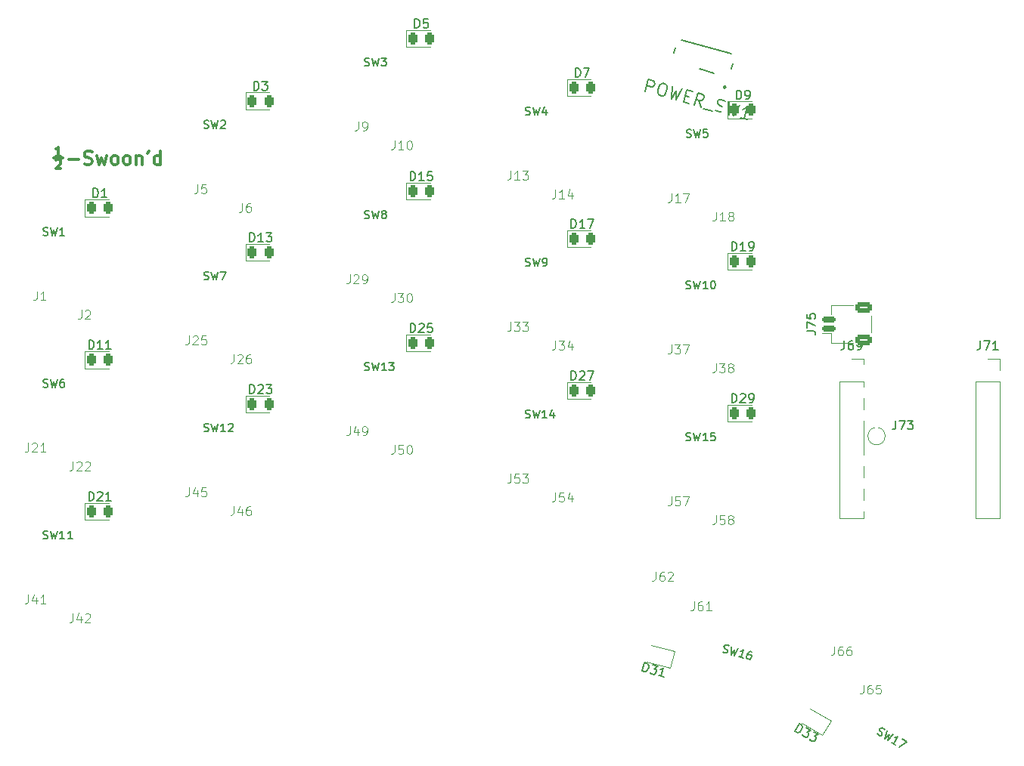
<source format=gbr>
%TF.GenerationSoftware,KiCad,Pcbnew,8.0.4*%
%TF.CreationDate,2024-08-19T15:24:43-07:00*%
%TF.ProjectId,swoon,73776f6f-6e2e-46b6-9963-61645f706362,rev?*%
%TF.SameCoordinates,Original*%
%TF.FileFunction,Legend,Top*%
%TF.FilePolarity,Positive*%
%FSLAX46Y46*%
G04 Gerber Fmt 4.6, Leading zero omitted, Abs format (unit mm)*
G04 Created by KiCad (PCBNEW 8.0.4) date 2024-08-19 15:24:43*
%MOMM*%
%LPD*%
G01*
G04 APERTURE LIST*
G04 Aperture macros list*
%AMRoundRect*
0 Rectangle with rounded corners*
0 $1 Rounding radius*
0 $2 $3 $4 $5 $6 $7 $8 $9 X,Y pos of 4 corners*
0 Add a 4 corners polygon primitive as box body*
4,1,4,$2,$3,$4,$5,$6,$7,$8,$9,$2,$3,0*
0 Add four circle primitives for the rounded corners*
1,1,$1+$1,$2,$3*
1,1,$1+$1,$4,$5*
1,1,$1+$1,$6,$7*
1,1,$1+$1,$8,$9*
0 Add four rect primitives between the rounded corners*
20,1,$1+$1,$2,$3,$4,$5,0*
20,1,$1+$1,$4,$5,$6,$7,0*
20,1,$1+$1,$6,$7,$8,$9,0*
20,1,$1+$1,$8,$9,$2,$3,0*%
%AMFreePoly0*
4,1,6,0.600000,0.200000,0.000000,-0.400000,-0.600000,0.200000,-0.600000,0.400000,0.600000,0.400000,0.600000,0.200000,0.600000,0.200000,$1*%
%AMFreePoly1*
4,1,6,0.600000,-0.250000,-0.600000,-0.250000,-0.600000,1.000000,0.000000,0.400000,0.600000,1.000000,0.600000,-0.250000,0.600000,-0.250000,$1*%
G04 Aperture macros list end*
%ADD10C,0.300000*%
%ADD11C,0.160000*%
%ADD12C,0.100000*%
%ADD13C,0.150000*%
%ADD14C,0.120000*%
%ADD15C,0.127000*%
%ADD16C,0.250000*%
%ADD17C,1.701800*%
%ADD18C,0.990600*%
%ADD19C,3.429000*%
%ADD20C,2.262000*%
%ADD21C,0.620000*%
%ADD22C,1.600000*%
%ADD23FreePoly0,270.000000*%
%ADD24FreePoly0,90.000000*%
%ADD25FreePoly1,90.000000*%
%ADD26FreePoly1,270.000000*%
%ADD27C,1.800000*%
%ADD28RoundRect,0.243750X-0.243750X-0.456250X0.243750X-0.456250X0.243750X0.456250X-0.243750X0.456250X0*%
%ADD29RoundRect,0.150000X0.625000X-0.150000X0.625000X0.150000X-0.625000X0.150000X-0.625000X-0.150000X0*%
%ADD30RoundRect,0.250000X0.650000X-0.350000X0.650000X0.350000X-0.650000X0.350000X-0.650000X-0.350000X0*%
%ADD31RoundRect,0.243750X0.353531X0.377617X-0.117358X0.503791X-0.353531X-0.377617X0.117358X-0.503791X0*%
%ADD32R,1.700000X1.700000*%
%ADD33O,1.700000X1.700000*%
%ADD34C,0.900000*%
%ADD35RoundRect,0.102000X0.537699X0.629189X-0.136842X0.816256X-0.537699X-0.629189X0.136842X-0.816256X0*%
%ADD36RoundRect,0.102000X0.588711X0.251833X-0.374920X0.519071X-0.588711X-0.251833X0.374920X-0.519071X0*%
%ADD37RoundRect,0.243750X0.439219X0.273249X0.017031X0.516999X-0.439219X-0.273249X-0.017031X-0.516999X0*%
%ADD38C,1.830000*%
G04 APERTURE END LIST*
D10*
X21939999Y-35778042D02*
X22939999Y-35778042D01*
X22725713Y-35563757D02*
X22154285Y-35563757D01*
X22154285Y-34778042D02*
X22297142Y-34706614D01*
X22297142Y-34706614D02*
X22439999Y-34563757D01*
X22439999Y-34563757D02*
X22439999Y-35563757D01*
X22154285Y-35992328D02*
X22297142Y-35920900D01*
X22297142Y-35920900D02*
X22511427Y-35920900D01*
X22511427Y-35920900D02*
X22654285Y-35992328D01*
X22654285Y-35992328D02*
X22725713Y-36135185D01*
X22725713Y-36135185D02*
X22725713Y-36278042D01*
X22725713Y-36278042D02*
X22654285Y-36420900D01*
X22654285Y-36420900D02*
X22154285Y-36920900D01*
X22154285Y-36920900D02*
X22725713Y-36920900D01*
X23582856Y-35920900D02*
X24725714Y-35920900D01*
X25368571Y-36420900D02*
X25582857Y-36492328D01*
X25582857Y-36492328D02*
X25939999Y-36492328D01*
X25939999Y-36492328D02*
X26082857Y-36420900D01*
X26082857Y-36420900D02*
X26154285Y-36349471D01*
X26154285Y-36349471D02*
X26225714Y-36206614D01*
X26225714Y-36206614D02*
X26225714Y-36063757D01*
X26225714Y-36063757D02*
X26154285Y-35920900D01*
X26154285Y-35920900D02*
X26082857Y-35849471D01*
X26082857Y-35849471D02*
X25939999Y-35778042D01*
X25939999Y-35778042D02*
X25654285Y-35706614D01*
X25654285Y-35706614D02*
X25511428Y-35635185D01*
X25511428Y-35635185D02*
X25439999Y-35563757D01*
X25439999Y-35563757D02*
X25368571Y-35420900D01*
X25368571Y-35420900D02*
X25368571Y-35278042D01*
X25368571Y-35278042D02*
X25439999Y-35135185D01*
X25439999Y-35135185D02*
X25511428Y-35063757D01*
X25511428Y-35063757D02*
X25654285Y-34992328D01*
X25654285Y-34992328D02*
X26011428Y-34992328D01*
X26011428Y-34992328D02*
X26225714Y-35063757D01*
X26725713Y-35492328D02*
X27011428Y-36492328D01*
X27011428Y-36492328D02*
X27297142Y-35778042D01*
X27297142Y-35778042D02*
X27582856Y-36492328D01*
X27582856Y-36492328D02*
X27868570Y-35492328D01*
X28654285Y-36492328D02*
X28511428Y-36420900D01*
X28511428Y-36420900D02*
X28439999Y-36349471D01*
X28439999Y-36349471D02*
X28368571Y-36206614D01*
X28368571Y-36206614D02*
X28368571Y-35778042D01*
X28368571Y-35778042D02*
X28439999Y-35635185D01*
X28439999Y-35635185D02*
X28511428Y-35563757D01*
X28511428Y-35563757D02*
X28654285Y-35492328D01*
X28654285Y-35492328D02*
X28868571Y-35492328D01*
X28868571Y-35492328D02*
X29011428Y-35563757D01*
X29011428Y-35563757D02*
X29082857Y-35635185D01*
X29082857Y-35635185D02*
X29154285Y-35778042D01*
X29154285Y-35778042D02*
X29154285Y-36206614D01*
X29154285Y-36206614D02*
X29082857Y-36349471D01*
X29082857Y-36349471D02*
X29011428Y-36420900D01*
X29011428Y-36420900D02*
X28868571Y-36492328D01*
X28868571Y-36492328D02*
X28654285Y-36492328D01*
X30011428Y-36492328D02*
X29868571Y-36420900D01*
X29868571Y-36420900D02*
X29797142Y-36349471D01*
X29797142Y-36349471D02*
X29725714Y-36206614D01*
X29725714Y-36206614D02*
X29725714Y-35778042D01*
X29725714Y-35778042D02*
X29797142Y-35635185D01*
X29797142Y-35635185D02*
X29868571Y-35563757D01*
X29868571Y-35563757D02*
X30011428Y-35492328D01*
X30011428Y-35492328D02*
X30225714Y-35492328D01*
X30225714Y-35492328D02*
X30368571Y-35563757D01*
X30368571Y-35563757D02*
X30440000Y-35635185D01*
X30440000Y-35635185D02*
X30511428Y-35778042D01*
X30511428Y-35778042D02*
X30511428Y-36206614D01*
X30511428Y-36206614D02*
X30440000Y-36349471D01*
X30440000Y-36349471D02*
X30368571Y-36420900D01*
X30368571Y-36420900D02*
X30225714Y-36492328D01*
X30225714Y-36492328D02*
X30011428Y-36492328D01*
X31154285Y-35492328D02*
X31154285Y-36492328D01*
X31154285Y-35635185D02*
X31225714Y-35563757D01*
X31225714Y-35563757D02*
X31368571Y-35492328D01*
X31368571Y-35492328D02*
X31582857Y-35492328D01*
X31582857Y-35492328D02*
X31725714Y-35563757D01*
X31725714Y-35563757D02*
X31797143Y-35706614D01*
X31797143Y-35706614D02*
X31797143Y-36492328D01*
X32582857Y-34992328D02*
X32440000Y-35278042D01*
X33868572Y-36492328D02*
X33868572Y-34992328D01*
X33868572Y-36420900D02*
X33725714Y-36492328D01*
X33725714Y-36492328D02*
X33440000Y-36492328D01*
X33440000Y-36492328D02*
X33297143Y-36420900D01*
X33297143Y-36420900D02*
X33225714Y-36349471D01*
X33225714Y-36349471D02*
X33154286Y-36206614D01*
X33154286Y-36206614D02*
X33154286Y-35778042D01*
X33154286Y-35778042D02*
X33225714Y-35635185D01*
X33225714Y-35635185D02*
X33297143Y-35563757D01*
X33297143Y-35563757D02*
X33440000Y-35492328D01*
X33440000Y-35492328D02*
X33725714Y-35492328D01*
X33725714Y-35492328D02*
X33868572Y-35563757D01*
D11*
X20752691Y-44413180D02*
X20881263Y-44456037D01*
X20881263Y-44456037D02*
X21095548Y-44456037D01*
X21095548Y-44456037D02*
X21181263Y-44413180D01*
X21181263Y-44413180D02*
X21224120Y-44370322D01*
X21224120Y-44370322D02*
X21266977Y-44284608D01*
X21266977Y-44284608D02*
X21266977Y-44198894D01*
X21266977Y-44198894D02*
X21224120Y-44113180D01*
X21224120Y-44113180D02*
X21181263Y-44070322D01*
X21181263Y-44070322D02*
X21095548Y-44027465D01*
X21095548Y-44027465D02*
X20924120Y-43984608D01*
X20924120Y-43984608D02*
X20838405Y-43941751D01*
X20838405Y-43941751D02*
X20795548Y-43898894D01*
X20795548Y-43898894D02*
X20752691Y-43813180D01*
X20752691Y-43813180D02*
X20752691Y-43727465D01*
X20752691Y-43727465D02*
X20795548Y-43641751D01*
X20795548Y-43641751D02*
X20838405Y-43598894D01*
X20838405Y-43598894D02*
X20924120Y-43556037D01*
X20924120Y-43556037D02*
X21138405Y-43556037D01*
X21138405Y-43556037D02*
X21266977Y-43598894D01*
X21566977Y-43556037D02*
X21781263Y-44456037D01*
X21781263Y-44456037D02*
X21952691Y-43813180D01*
X21952691Y-43813180D02*
X22124120Y-44456037D01*
X22124120Y-44456037D02*
X22338406Y-43556037D01*
X23152691Y-44456037D02*
X22638405Y-44456037D01*
X22895548Y-44456037D02*
X22895548Y-43556037D01*
X22895548Y-43556037D02*
X22809834Y-43684608D01*
X22809834Y-43684608D02*
X22724119Y-43770322D01*
X22724119Y-43770322D02*
X22638405Y-43813180D01*
X38752691Y-32413180D02*
X38881263Y-32456037D01*
X38881263Y-32456037D02*
X39095548Y-32456037D01*
X39095548Y-32456037D02*
X39181263Y-32413180D01*
X39181263Y-32413180D02*
X39224120Y-32370322D01*
X39224120Y-32370322D02*
X39266977Y-32284608D01*
X39266977Y-32284608D02*
X39266977Y-32198894D01*
X39266977Y-32198894D02*
X39224120Y-32113180D01*
X39224120Y-32113180D02*
X39181263Y-32070322D01*
X39181263Y-32070322D02*
X39095548Y-32027465D01*
X39095548Y-32027465D02*
X38924120Y-31984608D01*
X38924120Y-31984608D02*
X38838405Y-31941751D01*
X38838405Y-31941751D02*
X38795548Y-31898894D01*
X38795548Y-31898894D02*
X38752691Y-31813180D01*
X38752691Y-31813180D02*
X38752691Y-31727465D01*
X38752691Y-31727465D02*
X38795548Y-31641751D01*
X38795548Y-31641751D02*
X38838405Y-31598894D01*
X38838405Y-31598894D02*
X38924120Y-31556037D01*
X38924120Y-31556037D02*
X39138405Y-31556037D01*
X39138405Y-31556037D02*
X39266977Y-31598894D01*
X39566977Y-31556037D02*
X39781263Y-32456037D01*
X39781263Y-32456037D02*
X39952691Y-31813180D01*
X39952691Y-31813180D02*
X40124120Y-32456037D01*
X40124120Y-32456037D02*
X40338406Y-31556037D01*
X40638405Y-31641751D02*
X40681262Y-31598894D01*
X40681262Y-31598894D02*
X40766977Y-31556037D01*
X40766977Y-31556037D02*
X40981262Y-31556037D01*
X40981262Y-31556037D02*
X41066977Y-31598894D01*
X41066977Y-31598894D02*
X41109834Y-31641751D01*
X41109834Y-31641751D02*
X41152691Y-31727465D01*
X41152691Y-31727465D02*
X41152691Y-31813180D01*
X41152691Y-31813180D02*
X41109834Y-31941751D01*
X41109834Y-31941751D02*
X40595548Y-32456037D01*
X40595548Y-32456037D02*
X41152691Y-32456037D01*
X56752691Y-25413180D02*
X56881263Y-25456037D01*
X56881263Y-25456037D02*
X57095548Y-25456037D01*
X57095548Y-25456037D02*
X57181263Y-25413180D01*
X57181263Y-25413180D02*
X57224120Y-25370322D01*
X57224120Y-25370322D02*
X57266977Y-25284608D01*
X57266977Y-25284608D02*
X57266977Y-25198894D01*
X57266977Y-25198894D02*
X57224120Y-25113180D01*
X57224120Y-25113180D02*
X57181263Y-25070322D01*
X57181263Y-25070322D02*
X57095548Y-25027465D01*
X57095548Y-25027465D02*
X56924120Y-24984608D01*
X56924120Y-24984608D02*
X56838405Y-24941751D01*
X56838405Y-24941751D02*
X56795548Y-24898894D01*
X56795548Y-24898894D02*
X56752691Y-24813180D01*
X56752691Y-24813180D02*
X56752691Y-24727465D01*
X56752691Y-24727465D02*
X56795548Y-24641751D01*
X56795548Y-24641751D02*
X56838405Y-24598894D01*
X56838405Y-24598894D02*
X56924120Y-24556037D01*
X56924120Y-24556037D02*
X57138405Y-24556037D01*
X57138405Y-24556037D02*
X57266977Y-24598894D01*
X57566977Y-24556037D02*
X57781263Y-25456037D01*
X57781263Y-25456037D02*
X57952691Y-24813180D01*
X57952691Y-24813180D02*
X58124120Y-25456037D01*
X58124120Y-25456037D02*
X58338406Y-24556037D01*
X58595548Y-24556037D02*
X59152691Y-24556037D01*
X59152691Y-24556037D02*
X58852691Y-24898894D01*
X58852691Y-24898894D02*
X58981262Y-24898894D01*
X58981262Y-24898894D02*
X59066977Y-24941751D01*
X59066977Y-24941751D02*
X59109834Y-24984608D01*
X59109834Y-24984608D02*
X59152691Y-25070322D01*
X59152691Y-25070322D02*
X59152691Y-25284608D01*
X59152691Y-25284608D02*
X59109834Y-25370322D01*
X59109834Y-25370322D02*
X59066977Y-25413180D01*
X59066977Y-25413180D02*
X58981262Y-25456037D01*
X58981262Y-25456037D02*
X58724119Y-25456037D01*
X58724119Y-25456037D02*
X58638405Y-25413180D01*
X58638405Y-25413180D02*
X58595548Y-25370322D01*
X74752691Y-30913180D02*
X74881263Y-30956037D01*
X74881263Y-30956037D02*
X75095548Y-30956037D01*
X75095548Y-30956037D02*
X75181263Y-30913180D01*
X75181263Y-30913180D02*
X75224120Y-30870322D01*
X75224120Y-30870322D02*
X75266977Y-30784608D01*
X75266977Y-30784608D02*
X75266977Y-30698894D01*
X75266977Y-30698894D02*
X75224120Y-30613180D01*
X75224120Y-30613180D02*
X75181263Y-30570322D01*
X75181263Y-30570322D02*
X75095548Y-30527465D01*
X75095548Y-30527465D02*
X74924120Y-30484608D01*
X74924120Y-30484608D02*
X74838405Y-30441751D01*
X74838405Y-30441751D02*
X74795548Y-30398894D01*
X74795548Y-30398894D02*
X74752691Y-30313180D01*
X74752691Y-30313180D02*
X74752691Y-30227465D01*
X74752691Y-30227465D02*
X74795548Y-30141751D01*
X74795548Y-30141751D02*
X74838405Y-30098894D01*
X74838405Y-30098894D02*
X74924120Y-30056037D01*
X74924120Y-30056037D02*
X75138405Y-30056037D01*
X75138405Y-30056037D02*
X75266977Y-30098894D01*
X75566977Y-30056037D02*
X75781263Y-30956037D01*
X75781263Y-30956037D02*
X75952691Y-30313180D01*
X75952691Y-30313180D02*
X76124120Y-30956037D01*
X76124120Y-30956037D02*
X76338406Y-30056037D01*
X77066977Y-30356037D02*
X77066977Y-30956037D01*
X76852691Y-30013180D02*
X76638405Y-30656037D01*
X76638405Y-30656037D02*
X77195548Y-30656037D01*
X92752691Y-33413180D02*
X92881263Y-33456037D01*
X92881263Y-33456037D02*
X93095548Y-33456037D01*
X93095548Y-33456037D02*
X93181263Y-33413180D01*
X93181263Y-33413180D02*
X93224120Y-33370322D01*
X93224120Y-33370322D02*
X93266977Y-33284608D01*
X93266977Y-33284608D02*
X93266977Y-33198894D01*
X93266977Y-33198894D02*
X93224120Y-33113180D01*
X93224120Y-33113180D02*
X93181263Y-33070322D01*
X93181263Y-33070322D02*
X93095548Y-33027465D01*
X93095548Y-33027465D02*
X92924120Y-32984608D01*
X92924120Y-32984608D02*
X92838405Y-32941751D01*
X92838405Y-32941751D02*
X92795548Y-32898894D01*
X92795548Y-32898894D02*
X92752691Y-32813180D01*
X92752691Y-32813180D02*
X92752691Y-32727465D01*
X92752691Y-32727465D02*
X92795548Y-32641751D01*
X92795548Y-32641751D02*
X92838405Y-32598894D01*
X92838405Y-32598894D02*
X92924120Y-32556037D01*
X92924120Y-32556037D02*
X93138405Y-32556037D01*
X93138405Y-32556037D02*
X93266977Y-32598894D01*
X93566977Y-32556037D02*
X93781263Y-33456037D01*
X93781263Y-33456037D02*
X93952691Y-32813180D01*
X93952691Y-32813180D02*
X94124120Y-33456037D01*
X94124120Y-33456037D02*
X94338406Y-32556037D01*
X95109834Y-32556037D02*
X94681262Y-32556037D01*
X94681262Y-32556037D02*
X94638405Y-32984608D01*
X94638405Y-32984608D02*
X94681262Y-32941751D01*
X94681262Y-32941751D02*
X94766977Y-32898894D01*
X94766977Y-32898894D02*
X94981262Y-32898894D01*
X94981262Y-32898894D02*
X95066977Y-32941751D01*
X95066977Y-32941751D02*
X95109834Y-32984608D01*
X95109834Y-32984608D02*
X95152691Y-33070322D01*
X95152691Y-33070322D02*
X95152691Y-33284608D01*
X95152691Y-33284608D02*
X95109834Y-33370322D01*
X95109834Y-33370322D02*
X95066977Y-33413180D01*
X95066977Y-33413180D02*
X94981262Y-33456037D01*
X94981262Y-33456037D02*
X94766977Y-33456037D01*
X94766977Y-33456037D02*
X94681262Y-33413180D01*
X94681262Y-33413180D02*
X94638405Y-33370322D01*
X20752691Y-61413180D02*
X20881263Y-61456037D01*
X20881263Y-61456037D02*
X21095548Y-61456037D01*
X21095548Y-61456037D02*
X21181263Y-61413180D01*
X21181263Y-61413180D02*
X21224120Y-61370322D01*
X21224120Y-61370322D02*
X21266977Y-61284608D01*
X21266977Y-61284608D02*
X21266977Y-61198894D01*
X21266977Y-61198894D02*
X21224120Y-61113180D01*
X21224120Y-61113180D02*
X21181263Y-61070322D01*
X21181263Y-61070322D02*
X21095548Y-61027465D01*
X21095548Y-61027465D02*
X20924120Y-60984608D01*
X20924120Y-60984608D02*
X20838405Y-60941751D01*
X20838405Y-60941751D02*
X20795548Y-60898894D01*
X20795548Y-60898894D02*
X20752691Y-60813180D01*
X20752691Y-60813180D02*
X20752691Y-60727465D01*
X20752691Y-60727465D02*
X20795548Y-60641751D01*
X20795548Y-60641751D02*
X20838405Y-60598894D01*
X20838405Y-60598894D02*
X20924120Y-60556037D01*
X20924120Y-60556037D02*
X21138405Y-60556037D01*
X21138405Y-60556037D02*
X21266977Y-60598894D01*
X21566977Y-60556037D02*
X21781263Y-61456037D01*
X21781263Y-61456037D02*
X21952691Y-60813180D01*
X21952691Y-60813180D02*
X22124120Y-61456037D01*
X22124120Y-61456037D02*
X22338406Y-60556037D01*
X23066977Y-60556037D02*
X22895548Y-60556037D01*
X22895548Y-60556037D02*
X22809834Y-60598894D01*
X22809834Y-60598894D02*
X22766977Y-60641751D01*
X22766977Y-60641751D02*
X22681262Y-60770322D01*
X22681262Y-60770322D02*
X22638405Y-60941751D01*
X22638405Y-60941751D02*
X22638405Y-61284608D01*
X22638405Y-61284608D02*
X22681262Y-61370322D01*
X22681262Y-61370322D02*
X22724119Y-61413180D01*
X22724119Y-61413180D02*
X22809834Y-61456037D01*
X22809834Y-61456037D02*
X22981262Y-61456037D01*
X22981262Y-61456037D02*
X23066977Y-61413180D01*
X23066977Y-61413180D02*
X23109834Y-61370322D01*
X23109834Y-61370322D02*
X23152691Y-61284608D01*
X23152691Y-61284608D02*
X23152691Y-61070322D01*
X23152691Y-61070322D02*
X23109834Y-60984608D01*
X23109834Y-60984608D02*
X23066977Y-60941751D01*
X23066977Y-60941751D02*
X22981262Y-60898894D01*
X22981262Y-60898894D02*
X22809834Y-60898894D01*
X22809834Y-60898894D02*
X22724119Y-60941751D01*
X22724119Y-60941751D02*
X22681262Y-60984608D01*
X22681262Y-60984608D02*
X22638405Y-61070322D01*
X38752691Y-49387180D02*
X38881263Y-49430037D01*
X38881263Y-49430037D02*
X39095548Y-49430037D01*
X39095548Y-49430037D02*
X39181263Y-49387180D01*
X39181263Y-49387180D02*
X39224120Y-49344322D01*
X39224120Y-49344322D02*
X39266977Y-49258608D01*
X39266977Y-49258608D02*
X39266977Y-49172894D01*
X39266977Y-49172894D02*
X39224120Y-49087180D01*
X39224120Y-49087180D02*
X39181263Y-49044322D01*
X39181263Y-49044322D02*
X39095548Y-49001465D01*
X39095548Y-49001465D02*
X38924120Y-48958608D01*
X38924120Y-48958608D02*
X38838405Y-48915751D01*
X38838405Y-48915751D02*
X38795548Y-48872894D01*
X38795548Y-48872894D02*
X38752691Y-48787180D01*
X38752691Y-48787180D02*
X38752691Y-48701465D01*
X38752691Y-48701465D02*
X38795548Y-48615751D01*
X38795548Y-48615751D02*
X38838405Y-48572894D01*
X38838405Y-48572894D02*
X38924120Y-48530037D01*
X38924120Y-48530037D02*
X39138405Y-48530037D01*
X39138405Y-48530037D02*
X39266977Y-48572894D01*
X39566977Y-48530037D02*
X39781263Y-49430037D01*
X39781263Y-49430037D02*
X39952691Y-48787180D01*
X39952691Y-48787180D02*
X40124120Y-49430037D01*
X40124120Y-49430037D02*
X40338406Y-48530037D01*
X40595548Y-48530037D02*
X41195548Y-48530037D01*
X41195548Y-48530037D02*
X40809834Y-49430037D01*
X56752691Y-42529180D02*
X56881263Y-42572037D01*
X56881263Y-42572037D02*
X57095548Y-42572037D01*
X57095548Y-42572037D02*
X57181263Y-42529180D01*
X57181263Y-42529180D02*
X57224120Y-42486322D01*
X57224120Y-42486322D02*
X57266977Y-42400608D01*
X57266977Y-42400608D02*
X57266977Y-42314894D01*
X57266977Y-42314894D02*
X57224120Y-42229180D01*
X57224120Y-42229180D02*
X57181263Y-42186322D01*
X57181263Y-42186322D02*
X57095548Y-42143465D01*
X57095548Y-42143465D02*
X56924120Y-42100608D01*
X56924120Y-42100608D02*
X56838405Y-42057751D01*
X56838405Y-42057751D02*
X56795548Y-42014894D01*
X56795548Y-42014894D02*
X56752691Y-41929180D01*
X56752691Y-41929180D02*
X56752691Y-41843465D01*
X56752691Y-41843465D02*
X56795548Y-41757751D01*
X56795548Y-41757751D02*
X56838405Y-41714894D01*
X56838405Y-41714894D02*
X56924120Y-41672037D01*
X56924120Y-41672037D02*
X57138405Y-41672037D01*
X57138405Y-41672037D02*
X57266977Y-41714894D01*
X57566977Y-41672037D02*
X57781263Y-42572037D01*
X57781263Y-42572037D02*
X57952691Y-41929180D01*
X57952691Y-41929180D02*
X58124120Y-42572037D01*
X58124120Y-42572037D02*
X58338406Y-41672037D01*
X58809834Y-42057751D02*
X58724119Y-42014894D01*
X58724119Y-42014894D02*
X58681262Y-41972037D01*
X58681262Y-41972037D02*
X58638405Y-41886322D01*
X58638405Y-41886322D02*
X58638405Y-41843465D01*
X58638405Y-41843465D02*
X58681262Y-41757751D01*
X58681262Y-41757751D02*
X58724119Y-41714894D01*
X58724119Y-41714894D02*
X58809834Y-41672037D01*
X58809834Y-41672037D02*
X58981262Y-41672037D01*
X58981262Y-41672037D02*
X59066977Y-41714894D01*
X59066977Y-41714894D02*
X59109834Y-41757751D01*
X59109834Y-41757751D02*
X59152691Y-41843465D01*
X59152691Y-41843465D02*
X59152691Y-41886322D01*
X59152691Y-41886322D02*
X59109834Y-41972037D01*
X59109834Y-41972037D02*
X59066977Y-42014894D01*
X59066977Y-42014894D02*
X58981262Y-42057751D01*
X58981262Y-42057751D02*
X58809834Y-42057751D01*
X58809834Y-42057751D02*
X58724119Y-42100608D01*
X58724119Y-42100608D02*
X58681262Y-42143465D01*
X58681262Y-42143465D02*
X58638405Y-42229180D01*
X58638405Y-42229180D02*
X58638405Y-42400608D01*
X58638405Y-42400608D02*
X58681262Y-42486322D01*
X58681262Y-42486322D02*
X58724119Y-42529180D01*
X58724119Y-42529180D02*
X58809834Y-42572037D01*
X58809834Y-42572037D02*
X58981262Y-42572037D01*
X58981262Y-42572037D02*
X59066977Y-42529180D01*
X59066977Y-42529180D02*
X59109834Y-42486322D01*
X59109834Y-42486322D02*
X59152691Y-42400608D01*
X59152691Y-42400608D02*
X59152691Y-42229180D01*
X59152691Y-42229180D02*
X59109834Y-42143465D01*
X59109834Y-42143465D02*
X59066977Y-42100608D01*
X59066977Y-42100608D02*
X58981262Y-42057751D01*
X74752691Y-47863180D02*
X74881263Y-47906037D01*
X74881263Y-47906037D02*
X75095548Y-47906037D01*
X75095548Y-47906037D02*
X75181263Y-47863180D01*
X75181263Y-47863180D02*
X75224120Y-47820322D01*
X75224120Y-47820322D02*
X75266977Y-47734608D01*
X75266977Y-47734608D02*
X75266977Y-47648894D01*
X75266977Y-47648894D02*
X75224120Y-47563180D01*
X75224120Y-47563180D02*
X75181263Y-47520322D01*
X75181263Y-47520322D02*
X75095548Y-47477465D01*
X75095548Y-47477465D02*
X74924120Y-47434608D01*
X74924120Y-47434608D02*
X74838405Y-47391751D01*
X74838405Y-47391751D02*
X74795548Y-47348894D01*
X74795548Y-47348894D02*
X74752691Y-47263180D01*
X74752691Y-47263180D02*
X74752691Y-47177465D01*
X74752691Y-47177465D02*
X74795548Y-47091751D01*
X74795548Y-47091751D02*
X74838405Y-47048894D01*
X74838405Y-47048894D02*
X74924120Y-47006037D01*
X74924120Y-47006037D02*
X75138405Y-47006037D01*
X75138405Y-47006037D02*
X75266977Y-47048894D01*
X75566977Y-47006037D02*
X75781263Y-47906037D01*
X75781263Y-47906037D02*
X75952691Y-47263180D01*
X75952691Y-47263180D02*
X76124120Y-47906037D01*
X76124120Y-47906037D02*
X76338406Y-47006037D01*
X76724119Y-47906037D02*
X76895548Y-47906037D01*
X76895548Y-47906037D02*
X76981262Y-47863180D01*
X76981262Y-47863180D02*
X77024119Y-47820322D01*
X77024119Y-47820322D02*
X77109834Y-47691751D01*
X77109834Y-47691751D02*
X77152691Y-47520322D01*
X77152691Y-47520322D02*
X77152691Y-47177465D01*
X77152691Y-47177465D02*
X77109834Y-47091751D01*
X77109834Y-47091751D02*
X77066977Y-47048894D01*
X77066977Y-47048894D02*
X76981262Y-47006037D01*
X76981262Y-47006037D02*
X76809834Y-47006037D01*
X76809834Y-47006037D02*
X76724119Y-47048894D01*
X76724119Y-47048894D02*
X76681262Y-47091751D01*
X76681262Y-47091751D02*
X76638405Y-47177465D01*
X76638405Y-47177465D02*
X76638405Y-47391751D01*
X76638405Y-47391751D02*
X76681262Y-47477465D01*
X76681262Y-47477465D02*
X76724119Y-47520322D01*
X76724119Y-47520322D02*
X76809834Y-47563180D01*
X76809834Y-47563180D02*
X76981262Y-47563180D01*
X76981262Y-47563180D02*
X77066977Y-47520322D01*
X77066977Y-47520322D02*
X77109834Y-47477465D01*
X77109834Y-47477465D02*
X77152691Y-47391751D01*
X92732691Y-50403180D02*
X92861263Y-50446037D01*
X92861263Y-50446037D02*
X93075548Y-50446037D01*
X93075548Y-50446037D02*
X93161263Y-50403180D01*
X93161263Y-50403180D02*
X93204120Y-50360322D01*
X93204120Y-50360322D02*
X93246977Y-50274608D01*
X93246977Y-50274608D02*
X93246977Y-50188894D01*
X93246977Y-50188894D02*
X93204120Y-50103180D01*
X93204120Y-50103180D02*
X93161263Y-50060322D01*
X93161263Y-50060322D02*
X93075548Y-50017465D01*
X93075548Y-50017465D02*
X92904120Y-49974608D01*
X92904120Y-49974608D02*
X92818405Y-49931751D01*
X92818405Y-49931751D02*
X92775548Y-49888894D01*
X92775548Y-49888894D02*
X92732691Y-49803180D01*
X92732691Y-49803180D02*
X92732691Y-49717465D01*
X92732691Y-49717465D02*
X92775548Y-49631751D01*
X92775548Y-49631751D02*
X92818405Y-49588894D01*
X92818405Y-49588894D02*
X92904120Y-49546037D01*
X92904120Y-49546037D02*
X93118405Y-49546037D01*
X93118405Y-49546037D02*
X93246977Y-49588894D01*
X93546977Y-49546037D02*
X93761263Y-50446037D01*
X93761263Y-50446037D02*
X93932691Y-49803180D01*
X93932691Y-49803180D02*
X94104120Y-50446037D01*
X94104120Y-50446037D02*
X94318406Y-49546037D01*
X95132691Y-50446037D02*
X94618405Y-50446037D01*
X94875548Y-50446037D02*
X94875548Y-49546037D01*
X94875548Y-49546037D02*
X94789834Y-49674608D01*
X94789834Y-49674608D02*
X94704119Y-49760322D01*
X94704119Y-49760322D02*
X94618405Y-49803180D01*
X95689834Y-49546037D02*
X95775548Y-49546037D01*
X95775548Y-49546037D02*
X95861262Y-49588894D01*
X95861262Y-49588894D02*
X95904120Y-49631751D01*
X95904120Y-49631751D02*
X95946977Y-49717465D01*
X95946977Y-49717465D02*
X95989834Y-49888894D01*
X95989834Y-49888894D02*
X95989834Y-50103180D01*
X95989834Y-50103180D02*
X95946977Y-50274608D01*
X95946977Y-50274608D02*
X95904120Y-50360322D01*
X95904120Y-50360322D02*
X95861262Y-50403180D01*
X95861262Y-50403180D02*
X95775548Y-50446037D01*
X95775548Y-50446037D02*
X95689834Y-50446037D01*
X95689834Y-50446037D02*
X95604120Y-50403180D01*
X95604120Y-50403180D02*
X95561262Y-50360322D01*
X95561262Y-50360322D02*
X95518405Y-50274608D01*
X95518405Y-50274608D02*
X95475548Y-50103180D01*
X95475548Y-50103180D02*
X95475548Y-49888894D01*
X95475548Y-49888894D02*
X95518405Y-49717465D01*
X95518405Y-49717465D02*
X95561262Y-49631751D01*
X95561262Y-49631751D02*
X95604120Y-49588894D01*
X95604120Y-49588894D02*
X95689834Y-49546037D01*
X20752691Y-78413180D02*
X20881263Y-78456037D01*
X20881263Y-78456037D02*
X21095548Y-78456037D01*
X21095548Y-78456037D02*
X21181263Y-78413180D01*
X21181263Y-78413180D02*
X21224120Y-78370322D01*
X21224120Y-78370322D02*
X21266977Y-78284608D01*
X21266977Y-78284608D02*
X21266977Y-78198894D01*
X21266977Y-78198894D02*
X21224120Y-78113180D01*
X21224120Y-78113180D02*
X21181263Y-78070322D01*
X21181263Y-78070322D02*
X21095548Y-78027465D01*
X21095548Y-78027465D02*
X20924120Y-77984608D01*
X20924120Y-77984608D02*
X20838405Y-77941751D01*
X20838405Y-77941751D02*
X20795548Y-77898894D01*
X20795548Y-77898894D02*
X20752691Y-77813180D01*
X20752691Y-77813180D02*
X20752691Y-77727465D01*
X20752691Y-77727465D02*
X20795548Y-77641751D01*
X20795548Y-77641751D02*
X20838405Y-77598894D01*
X20838405Y-77598894D02*
X20924120Y-77556037D01*
X20924120Y-77556037D02*
X21138405Y-77556037D01*
X21138405Y-77556037D02*
X21266977Y-77598894D01*
X21566977Y-77556037D02*
X21781263Y-78456037D01*
X21781263Y-78456037D02*
X21952691Y-77813180D01*
X21952691Y-77813180D02*
X22124120Y-78456037D01*
X22124120Y-78456037D02*
X22338406Y-77556037D01*
X23152691Y-78456037D02*
X22638405Y-78456037D01*
X22895548Y-78456037D02*
X22895548Y-77556037D01*
X22895548Y-77556037D02*
X22809834Y-77684608D01*
X22809834Y-77684608D02*
X22724119Y-77770322D01*
X22724119Y-77770322D02*
X22638405Y-77813180D01*
X24009834Y-78456037D02*
X23495548Y-78456037D01*
X23752691Y-78456037D02*
X23752691Y-77556037D01*
X23752691Y-77556037D02*
X23666977Y-77684608D01*
X23666977Y-77684608D02*
X23581262Y-77770322D01*
X23581262Y-77770322D02*
X23495548Y-77813180D01*
X38752691Y-66405180D02*
X38881263Y-66448037D01*
X38881263Y-66448037D02*
X39095548Y-66448037D01*
X39095548Y-66448037D02*
X39181263Y-66405180D01*
X39181263Y-66405180D02*
X39224120Y-66362322D01*
X39224120Y-66362322D02*
X39266977Y-66276608D01*
X39266977Y-66276608D02*
X39266977Y-66190894D01*
X39266977Y-66190894D02*
X39224120Y-66105180D01*
X39224120Y-66105180D02*
X39181263Y-66062322D01*
X39181263Y-66062322D02*
X39095548Y-66019465D01*
X39095548Y-66019465D02*
X38924120Y-65976608D01*
X38924120Y-65976608D02*
X38838405Y-65933751D01*
X38838405Y-65933751D02*
X38795548Y-65890894D01*
X38795548Y-65890894D02*
X38752691Y-65805180D01*
X38752691Y-65805180D02*
X38752691Y-65719465D01*
X38752691Y-65719465D02*
X38795548Y-65633751D01*
X38795548Y-65633751D02*
X38838405Y-65590894D01*
X38838405Y-65590894D02*
X38924120Y-65548037D01*
X38924120Y-65548037D02*
X39138405Y-65548037D01*
X39138405Y-65548037D02*
X39266977Y-65590894D01*
X39566977Y-65548037D02*
X39781263Y-66448037D01*
X39781263Y-66448037D02*
X39952691Y-65805180D01*
X39952691Y-65805180D02*
X40124120Y-66448037D01*
X40124120Y-66448037D02*
X40338406Y-65548037D01*
X41152691Y-66448037D02*
X40638405Y-66448037D01*
X40895548Y-66448037D02*
X40895548Y-65548037D01*
X40895548Y-65548037D02*
X40809834Y-65676608D01*
X40809834Y-65676608D02*
X40724119Y-65762322D01*
X40724119Y-65762322D02*
X40638405Y-65805180D01*
X41495548Y-65633751D02*
X41538405Y-65590894D01*
X41538405Y-65590894D02*
X41624120Y-65548037D01*
X41624120Y-65548037D02*
X41838405Y-65548037D01*
X41838405Y-65548037D02*
X41924120Y-65590894D01*
X41924120Y-65590894D02*
X41966977Y-65633751D01*
X41966977Y-65633751D02*
X42009834Y-65719465D01*
X42009834Y-65719465D02*
X42009834Y-65805180D01*
X42009834Y-65805180D02*
X41966977Y-65933751D01*
X41966977Y-65933751D02*
X41452691Y-66448037D01*
X41452691Y-66448037D02*
X42009834Y-66448037D01*
X56752691Y-59547180D02*
X56881263Y-59590037D01*
X56881263Y-59590037D02*
X57095548Y-59590037D01*
X57095548Y-59590037D02*
X57181263Y-59547180D01*
X57181263Y-59547180D02*
X57224120Y-59504322D01*
X57224120Y-59504322D02*
X57266977Y-59418608D01*
X57266977Y-59418608D02*
X57266977Y-59332894D01*
X57266977Y-59332894D02*
X57224120Y-59247180D01*
X57224120Y-59247180D02*
X57181263Y-59204322D01*
X57181263Y-59204322D02*
X57095548Y-59161465D01*
X57095548Y-59161465D02*
X56924120Y-59118608D01*
X56924120Y-59118608D02*
X56838405Y-59075751D01*
X56838405Y-59075751D02*
X56795548Y-59032894D01*
X56795548Y-59032894D02*
X56752691Y-58947180D01*
X56752691Y-58947180D02*
X56752691Y-58861465D01*
X56752691Y-58861465D02*
X56795548Y-58775751D01*
X56795548Y-58775751D02*
X56838405Y-58732894D01*
X56838405Y-58732894D02*
X56924120Y-58690037D01*
X56924120Y-58690037D02*
X57138405Y-58690037D01*
X57138405Y-58690037D02*
X57266977Y-58732894D01*
X57566977Y-58690037D02*
X57781263Y-59590037D01*
X57781263Y-59590037D02*
X57952691Y-58947180D01*
X57952691Y-58947180D02*
X58124120Y-59590037D01*
X58124120Y-59590037D02*
X58338406Y-58690037D01*
X59152691Y-59590037D02*
X58638405Y-59590037D01*
X58895548Y-59590037D02*
X58895548Y-58690037D01*
X58895548Y-58690037D02*
X58809834Y-58818608D01*
X58809834Y-58818608D02*
X58724119Y-58904322D01*
X58724119Y-58904322D02*
X58638405Y-58947180D01*
X59452691Y-58690037D02*
X60009834Y-58690037D01*
X60009834Y-58690037D02*
X59709834Y-59032894D01*
X59709834Y-59032894D02*
X59838405Y-59032894D01*
X59838405Y-59032894D02*
X59924120Y-59075751D01*
X59924120Y-59075751D02*
X59966977Y-59118608D01*
X59966977Y-59118608D02*
X60009834Y-59204322D01*
X60009834Y-59204322D02*
X60009834Y-59418608D01*
X60009834Y-59418608D02*
X59966977Y-59504322D01*
X59966977Y-59504322D02*
X59924120Y-59547180D01*
X59924120Y-59547180D02*
X59838405Y-59590037D01*
X59838405Y-59590037D02*
X59581262Y-59590037D01*
X59581262Y-59590037D02*
X59495548Y-59547180D01*
X59495548Y-59547180D02*
X59452691Y-59504322D01*
X74752691Y-64881180D02*
X74881263Y-64924037D01*
X74881263Y-64924037D02*
X75095548Y-64924037D01*
X75095548Y-64924037D02*
X75181263Y-64881180D01*
X75181263Y-64881180D02*
X75224120Y-64838322D01*
X75224120Y-64838322D02*
X75266977Y-64752608D01*
X75266977Y-64752608D02*
X75266977Y-64666894D01*
X75266977Y-64666894D02*
X75224120Y-64581180D01*
X75224120Y-64581180D02*
X75181263Y-64538322D01*
X75181263Y-64538322D02*
X75095548Y-64495465D01*
X75095548Y-64495465D02*
X74924120Y-64452608D01*
X74924120Y-64452608D02*
X74838405Y-64409751D01*
X74838405Y-64409751D02*
X74795548Y-64366894D01*
X74795548Y-64366894D02*
X74752691Y-64281180D01*
X74752691Y-64281180D02*
X74752691Y-64195465D01*
X74752691Y-64195465D02*
X74795548Y-64109751D01*
X74795548Y-64109751D02*
X74838405Y-64066894D01*
X74838405Y-64066894D02*
X74924120Y-64024037D01*
X74924120Y-64024037D02*
X75138405Y-64024037D01*
X75138405Y-64024037D02*
X75266977Y-64066894D01*
X75566977Y-64024037D02*
X75781263Y-64924037D01*
X75781263Y-64924037D02*
X75952691Y-64281180D01*
X75952691Y-64281180D02*
X76124120Y-64924037D01*
X76124120Y-64924037D02*
X76338406Y-64024037D01*
X77152691Y-64924037D02*
X76638405Y-64924037D01*
X76895548Y-64924037D02*
X76895548Y-64024037D01*
X76895548Y-64024037D02*
X76809834Y-64152608D01*
X76809834Y-64152608D02*
X76724119Y-64238322D01*
X76724119Y-64238322D02*
X76638405Y-64281180D01*
X77924120Y-64324037D02*
X77924120Y-64924037D01*
X77709834Y-63981180D02*
X77495548Y-64624037D01*
X77495548Y-64624037D02*
X78052691Y-64624037D01*
X92732691Y-67421180D02*
X92861263Y-67464037D01*
X92861263Y-67464037D02*
X93075548Y-67464037D01*
X93075548Y-67464037D02*
X93161263Y-67421180D01*
X93161263Y-67421180D02*
X93204120Y-67378322D01*
X93204120Y-67378322D02*
X93246977Y-67292608D01*
X93246977Y-67292608D02*
X93246977Y-67206894D01*
X93246977Y-67206894D02*
X93204120Y-67121180D01*
X93204120Y-67121180D02*
X93161263Y-67078322D01*
X93161263Y-67078322D02*
X93075548Y-67035465D01*
X93075548Y-67035465D02*
X92904120Y-66992608D01*
X92904120Y-66992608D02*
X92818405Y-66949751D01*
X92818405Y-66949751D02*
X92775548Y-66906894D01*
X92775548Y-66906894D02*
X92732691Y-66821180D01*
X92732691Y-66821180D02*
X92732691Y-66735465D01*
X92732691Y-66735465D02*
X92775548Y-66649751D01*
X92775548Y-66649751D02*
X92818405Y-66606894D01*
X92818405Y-66606894D02*
X92904120Y-66564037D01*
X92904120Y-66564037D02*
X93118405Y-66564037D01*
X93118405Y-66564037D02*
X93246977Y-66606894D01*
X93546977Y-66564037D02*
X93761263Y-67464037D01*
X93761263Y-67464037D02*
X93932691Y-66821180D01*
X93932691Y-66821180D02*
X94104120Y-67464037D01*
X94104120Y-67464037D02*
X94318406Y-66564037D01*
X95132691Y-67464037D02*
X94618405Y-67464037D01*
X94875548Y-67464037D02*
X94875548Y-66564037D01*
X94875548Y-66564037D02*
X94789834Y-66692608D01*
X94789834Y-66692608D02*
X94704119Y-66778322D01*
X94704119Y-66778322D02*
X94618405Y-66821180D01*
X95946977Y-66564037D02*
X95518405Y-66564037D01*
X95518405Y-66564037D02*
X95475548Y-66992608D01*
X95475548Y-66992608D02*
X95518405Y-66949751D01*
X95518405Y-66949751D02*
X95604120Y-66906894D01*
X95604120Y-66906894D02*
X95818405Y-66906894D01*
X95818405Y-66906894D02*
X95904120Y-66949751D01*
X95904120Y-66949751D02*
X95946977Y-66992608D01*
X95946977Y-66992608D02*
X95989834Y-67078322D01*
X95989834Y-67078322D02*
X95989834Y-67292608D01*
X95989834Y-67292608D02*
X95946977Y-67378322D01*
X95946977Y-67378322D02*
X95904120Y-67421180D01*
X95904120Y-67421180D02*
X95818405Y-67464037D01*
X95818405Y-67464037D02*
X95604120Y-67464037D01*
X95604120Y-67464037D02*
X95518405Y-67421180D01*
X95518405Y-67421180D02*
X95475548Y-67378322D01*
X114116263Y-100296364D02*
X114206181Y-100397766D01*
X114206181Y-100397766D02*
X114391758Y-100504908D01*
X114391758Y-100504908D02*
X114487417Y-100510650D01*
X114487417Y-100510650D02*
X114545961Y-100494963D01*
X114545961Y-100494963D02*
X114625934Y-100442161D01*
X114625934Y-100442161D02*
X114668791Y-100367930D01*
X114668791Y-100367930D02*
X114674533Y-100272271D01*
X114674533Y-100272271D02*
X114658846Y-100213727D01*
X114658846Y-100213727D02*
X114606044Y-100133755D01*
X114606044Y-100133755D02*
X114479011Y-100010925D01*
X114479011Y-100010925D02*
X114426208Y-99930952D01*
X114426208Y-99930952D02*
X114410522Y-99872409D01*
X114410522Y-99872409D02*
X114416263Y-99776749D01*
X114416263Y-99776749D02*
X114459121Y-99702518D01*
X114459121Y-99702518D02*
X114539093Y-99649716D01*
X114539093Y-99649716D02*
X114597637Y-99634029D01*
X114597637Y-99634029D02*
X114693296Y-99639771D01*
X114693296Y-99639771D02*
X114878873Y-99746914D01*
X114878873Y-99746914D02*
X114968791Y-99848315D01*
X115250027Y-99961200D02*
X114985604Y-100847766D01*
X114985604Y-100847766D02*
X115455494Y-100376749D01*
X115455494Y-100376749D02*
X115282527Y-101019194D01*
X115282527Y-101019194D02*
X115918104Y-100346914D01*
X116173296Y-101533480D02*
X115727911Y-101276337D01*
X115950603Y-101404908D02*
X116400603Y-100625485D01*
X116400603Y-100625485D02*
X116262087Y-100693974D01*
X116262087Y-100693974D02*
X116144999Y-100725348D01*
X116144999Y-100725348D02*
X116049340Y-100719606D01*
X116883103Y-100904057D02*
X117402719Y-101204057D01*
X117402719Y-101204057D02*
X116618680Y-101790623D01*
X96821801Y-91126351D02*
X96934900Y-91201025D01*
X96934900Y-91201025D02*
X97141884Y-91256486D01*
X97141884Y-91256486D02*
X97235770Y-91237274D01*
X97235770Y-91237274D02*
X97288259Y-91206969D01*
X97288259Y-91206969D02*
X97351840Y-91135268D01*
X97351840Y-91135268D02*
X97374025Y-91052474D01*
X97374025Y-91052474D02*
X97354812Y-90958588D01*
X97354812Y-90958588D02*
X97324508Y-90906099D01*
X97324508Y-90906099D02*
X97252806Y-90842518D01*
X97252806Y-90842518D02*
X97098311Y-90756752D01*
X97098311Y-90756752D02*
X97026610Y-90693171D01*
X97026610Y-90693171D02*
X96996305Y-90640682D01*
X96996305Y-90640682D02*
X96977093Y-90546796D01*
X96977093Y-90546796D02*
X96999277Y-90464002D01*
X96999277Y-90464002D02*
X97062859Y-90392301D01*
X97062859Y-90392301D02*
X97115348Y-90361996D01*
X97115348Y-90361996D02*
X97209234Y-90342784D01*
X97209234Y-90342784D02*
X97416218Y-90398245D01*
X97416218Y-90398245D02*
X97529316Y-90472919D01*
X97830186Y-90509168D02*
X97804233Y-91433962D01*
X97804233Y-91433962D02*
X98136204Y-90857379D01*
X98136204Y-90857379D02*
X98135408Y-91522700D01*
X98135408Y-91522700D02*
X98575329Y-90708828D01*
X99128931Y-91788914D02*
X98632169Y-91655807D01*
X98880550Y-91722360D02*
X99113487Y-90853027D01*
X99113487Y-90853027D02*
X98997417Y-90955033D01*
X98997417Y-90955033D02*
X98892439Y-91015642D01*
X98892439Y-91015642D02*
X98798553Y-91034855D01*
X100107011Y-91119241D02*
X99941424Y-91074872D01*
X99941424Y-91074872D02*
X99847538Y-91094084D01*
X99847538Y-91094084D02*
X99795049Y-91124389D01*
X99795049Y-91124389D02*
X99678978Y-91226395D01*
X99678978Y-91226395D02*
X99593213Y-91380890D01*
X99593213Y-91380890D02*
X99504475Y-91712065D01*
X99504475Y-91712065D02*
X99523687Y-91805950D01*
X99523687Y-91805950D02*
X99553992Y-91858439D01*
X99553992Y-91858439D02*
X99625693Y-91922021D01*
X99625693Y-91922021D02*
X99791280Y-91966390D01*
X99791280Y-91966390D02*
X99885166Y-91947177D01*
X99885166Y-91947177D02*
X99937655Y-91916873D01*
X99937655Y-91916873D02*
X100001236Y-91845171D01*
X100001236Y-91845171D02*
X100056698Y-91638187D01*
X100056698Y-91638187D02*
X100037485Y-91544301D01*
X100037485Y-91544301D02*
X100007181Y-91491812D01*
X100007181Y-91491812D02*
X99935479Y-91428231D01*
X99935479Y-91428231D02*
X99769892Y-91383862D01*
X99769892Y-91383862D02*
X99676006Y-91403074D01*
X99676006Y-91403074D02*
X99623517Y-91433379D01*
X99623517Y-91433379D02*
X99559936Y-91505080D01*
D12*
X60079306Y-50930466D02*
X60079306Y-51644751D01*
X60079306Y-51644751D02*
X60031687Y-51787608D01*
X60031687Y-51787608D02*
X59936449Y-51882847D01*
X59936449Y-51882847D02*
X59793592Y-51930466D01*
X59793592Y-51930466D02*
X59698354Y-51930466D01*
X60460259Y-50930466D02*
X61079306Y-50930466D01*
X61079306Y-50930466D02*
X60745973Y-51311418D01*
X60745973Y-51311418D02*
X60888830Y-51311418D01*
X60888830Y-51311418D02*
X60984068Y-51359037D01*
X60984068Y-51359037D02*
X61031687Y-51406656D01*
X61031687Y-51406656D02*
X61079306Y-51501894D01*
X61079306Y-51501894D02*
X61079306Y-51739989D01*
X61079306Y-51739989D02*
X61031687Y-51835227D01*
X61031687Y-51835227D02*
X60984068Y-51882847D01*
X60984068Y-51882847D02*
X60888830Y-51930466D01*
X60888830Y-51930466D02*
X60603116Y-51930466D01*
X60603116Y-51930466D02*
X60507878Y-51882847D01*
X60507878Y-51882847D02*
X60460259Y-51835227D01*
X61698354Y-50930466D02*
X61793592Y-50930466D01*
X61793592Y-50930466D02*
X61888830Y-50978085D01*
X61888830Y-50978085D02*
X61936449Y-51025704D01*
X61936449Y-51025704D02*
X61984068Y-51120942D01*
X61984068Y-51120942D02*
X62031687Y-51311418D01*
X62031687Y-51311418D02*
X62031687Y-51549513D01*
X62031687Y-51549513D02*
X61984068Y-51739989D01*
X61984068Y-51739989D02*
X61936449Y-51835227D01*
X61936449Y-51835227D02*
X61888830Y-51882847D01*
X61888830Y-51882847D02*
X61793592Y-51930466D01*
X61793592Y-51930466D02*
X61698354Y-51930466D01*
X61698354Y-51930466D02*
X61603116Y-51882847D01*
X61603116Y-51882847D02*
X61555497Y-51835227D01*
X61555497Y-51835227D02*
X61507878Y-51739989D01*
X61507878Y-51739989D02*
X61460259Y-51549513D01*
X61460259Y-51549513D02*
X61460259Y-51311418D01*
X61460259Y-51311418D02*
X61507878Y-51120942D01*
X61507878Y-51120942D02*
X61555497Y-51025704D01*
X61555497Y-51025704D02*
X61603116Y-50978085D01*
X61603116Y-50978085D02*
X61698354Y-50930466D01*
X25031687Y-52814466D02*
X25031687Y-53528751D01*
X25031687Y-53528751D02*
X24984068Y-53671608D01*
X24984068Y-53671608D02*
X24888830Y-53766847D01*
X24888830Y-53766847D02*
X24745973Y-53814466D01*
X24745973Y-53814466D02*
X24650735Y-53814466D01*
X25460259Y-52909704D02*
X25507878Y-52862085D01*
X25507878Y-52862085D02*
X25603116Y-52814466D01*
X25603116Y-52814466D02*
X25841211Y-52814466D01*
X25841211Y-52814466D02*
X25936449Y-52862085D01*
X25936449Y-52862085D02*
X25984068Y-52909704D01*
X25984068Y-52909704D02*
X26031687Y-53004942D01*
X26031687Y-53004942D02*
X26031687Y-53100180D01*
X26031687Y-53100180D02*
X25984068Y-53243037D01*
X25984068Y-53243037D02*
X25412640Y-53814466D01*
X25412640Y-53814466D02*
X26031687Y-53814466D01*
D13*
X25865714Y-74184819D02*
X25865714Y-73184819D01*
X25865714Y-73184819D02*
X26103809Y-73184819D01*
X26103809Y-73184819D02*
X26246666Y-73232438D01*
X26246666Y-73232438D02*
X26341904Y-73327676D01*
X26341904Y-73327676D02*
X26389523Y-73422914D01*
X26389523Y-73422914D02*
X26437142Y-73613390D01*
X26437142Y-73613390D02*
X26437142Y-73756247D01*
X26437142Y-73756247D02*
X26389523Y-73946723D01*
X26389523Y-73946723D02*
X26341904Y-74041961D01*
X26341904Y-74041961D02*
X26246666Y-74137200D01*
X26246666Y-74137200D02*
X26103809Y-74184819D01*
X26103809Y-74184819D02*
X25865714Y-74184819D01*
X26818095Y-73280057D02*
X26865714Y-73232438D01*
X26865714Y-73232438D02*
X26960952Y-73184819D01*
X26960952Y-73184819D02*
X27199047Y-73184819D01*
X27199047Y-73184819D02*
X27294285Y-73232438D01*
X27294285Y-73232438D02*
X27341904Y-73280057D01*
X27341904Y-73280057D02*
X27389523Y-73375295D01*
X27389523Y-73375295D02*
X27389523Y-73470533D01*
X27389523Y-73470533D02*
X27341904Y-73613390D01*
X27341904Y-73613390D02*
X26770476Y-74184819D01*
X26770476Y-74184819D02*
X27389523Y-74184819D01*
X28341904Y-74184819D02*
X27770476Y-74184819D01*
X28056190Y-74184819D02*
X28056190Y-73184819D01*
X28056190Y-73184819D02*
X27960952Y-73327676D01*
X27960952Y-73327676D02*
X27865714Y-73422914D01*
X27865714Y-73422914D02*
X27770476Y-73470533D01*
D12*
X78079306Y-56264466D02*
X78079306Y-56978751D01*
X78079306Y-56978751D02*
X78031687Y-57121608D01*
X78031687Y-57121608D02*
X77936449Y-57216847D01*
X77936449Y-57216847D02*
X77793592Y-57264466D01*
X77793592Y-57264466D02*
X77698354Y-57264466D01*
X78460259Y-56264466D02*
X79079306Y-56264466D01*
X79079306Y-56264466D02*
X78745973Y-56645418D01*
X78745973Y-56645418D02*
X78888830Y-56645418D01*
X78888830Y-56645418D02*
X78984068Y-56693037D01*
X78984068Y-56693037D02*
X79031687Y-56740656D01*
X79031687Y-56740656D02*
X79079306Y-56835894D01*
X79079306Y-56835894D02*
X79079306Y-57073989D01*
X79079306Y-57073989D02*
X79031687Y-57169227D01*
X79031687Y-57169227D02*
X78984068Y-57216847D01*
X78984068Y-57216847D02*
X78888830Y-57264466D01*
X78888830Y-57264466D02*
X78603116Y-57264466D01*
X78603116Y-57264466D02*
X78507878Y-57216847D01*
X78507878Y-57216847D02*
X78460259Y-57169227D01*
X79936449Y-56597799D02*
X79936449Y-57264466D01*
X79698354Y-56216847D02*
X79460259Y-56931132D01*
X79460259Y-56931132D02*
X80079306Y-56931132D01*
X96079306Y-41814466D02*
X96079306Y-42528751D01*
X96079306Y-42528751D02*
X96031687Y-42671608D01*
X96031687Y-42671608D02*
X95936449Y-42766847D01*
X95936449Y-42766847D02*
X95793592Y-42814466D01*
X95793592Y-42814466D02*
X95698354Y-42814466D01*
X97079306Y-42814466D02*
X96507878Y-42814466D01*
X96793592Y-42814466D02*
X96793592Y-41814466D01*
X96793592Y-41814466D02*
X96698354Y-41957323D01*
X96698354Y-41957323D02*
X96603116Y-42052561D01*
X96603116Y-42052561D02*
X96507878Y-42100180D01*
X97650735Y-42243037D02*
X97555497Y-42195418D01*
X97555497Y-42195418D02*
X97507878Y-42147799D01*
X97507878Y-42147799D02*
X97460259Y-42052561D01*
X97460259Y-42052561D02*
X97460259Y-42004942D01*
X97460259Y-42004942D02*
X97507878Y-41909704D01*
X97507878Y-41909704D02*
X97555497Y-41862085D01*
X97555497Y-41862085D02*
X97650735Y-41814466D01*
X97650735Y-41814466D02*
X97841211Y-41814466D01*
X97841211Y-41814466D02*
X97936449Y-41862085D01*
X97936449Y-41862085D02*
X97984068Y-41909704D01*
X97984068Y-41909704D02*
X98031687Y-42004942D01*
X98031687Y-42004942D02*
X98031687Y-42052561D01*
X98031687Y-42052561D02*
X97984068Y-42147799D01*
X97984068Y-42147799D02*
X97936449Y-42195418D01*
X97936449Y-42195418D02*
X97841211Y-42243037D01*
X97841211Y-42243037D02*
X97650735Y-42243037D01*
X97650735Y-42243037D02*
X97555497Y-42290656D01*
X97555497Y-42290656D02*
X97507878Y-42338275D01*
X97507878Y-42338275D02*
X97460259Y-42433513D01*
X97460259Y-42433513D02*
X97460259Y-42623989D01*
X97460259Y-42623989D02*
X97507878Y-42719227D01*
X97507878Y-42719227D02*
X97555497Y-42766847D01*
X97555497Y-42766847D02*
X97650735Y-42814466D01*
X97650735Y-42814466D02*
X97841211Y-42814466D01*
X97841211Y-42814466D02*
X97936449Y-42766847D01*
X97936449Y-42766847D02*
X97984068Y-42719227D01*
X97984068Y-42719227D02*
X98031687Y-42623989D01*
X98031687Y-42623989D02*
X98031687Y-42433513D01*
X98031687Y-42433513D02*
X97984068Y-42338275D01*
X97984068Y-42338275D02*
X97936449Y-42290656D01*
X97936449Y-42290656D02*
X97841211Y-42243037D01*
X60079306Y-33814466D02*
X60079306Y-34528751D01*
X60079306Y-34528751D02*
X60031687Y-34671608D01*
X60031687Y-34671608D02*
X59936449Y-34766847D01*
X59936449Y-34766847D02*
X59793592Y-34814466D01*
X59793592Y-34814466D02*
X59698354Y-34814466D01*
X61079306Y-34814466D02*
X60507878Y-34814466D01*
X60793592Y-34814466D02*
X60793592Y-33814466D01*
X60793592Y-33814466D02*
X60698354Y-33957323D01*
X60698354Y-33957323D02*
X60603116Y-34052561D01*
X60603116Y-34052561D02*
X60507878Y-34100180D01*
X61698354Y-33814466D02*
X61793592Y-33814466D01*
X61793592Y-33814466D02*
X61888830Y-33862085D01*
X61888830Y-33862085D02*
X61936449Y-33909704D01*
X61936449Y-33909704D02*
X61984068Y-34004942D01*
X61984068Y-34004942D02*
X62031687Y-34195418D01*
X62031687Y-34195418D02*
X62031687Y-34433513D01*
X62031687Y-34433513D02*
X61984068Y-34623989D01*
X61984068Y-34623989D02*
X61936449Y-34719227D01*
X61936449Y-34719227D02*
X61888830Y-34766847D01*
X61888830Y-34766847D02*
X61793592Y-34814466D01*
X61793592Y-34814466D02*
X61698354Y-34814466D01*
X61698354Y-34814466D02*
X61603116Y-34766847D01*
X61603116Y-34766847D02*
X61555497Y-34719227D01*
X61555497Y-34719227D02*
X61507878Y-34623989D01*
X61507878Y-34623989D02*
X61460259Y-34433513D01*
X61460259Y-34433513D02*
X61460259Y-34195418D01*
X61460259Y-34195418D02*
X61507878Y-34004942D01*
X61507878Y-34004942D02*
X61555497Y-33909704D01*
X61555497Y-33909704D02*
X61603116Y-33862085D01*
X61603116Y-33862085D02*
X61698354Y-33814466D01*
D13*
X43865714Y-62176819D02*
X43865714Y-61176819D01*
X43865714Y-61176819D02*
X44103809Y-61176819D01*
X44103809Y-61176819D02*
X44246666Y-61224438D01*
X44246666Y-61224438D02*
X44341904Y-61319676D01*
X44341904Y-61319676D02*
X44389523Y-61414914D01*
X44389523Y-61414914D02*
X44437142Y-61605390D01*
X44437142Y-61605390D02*
X44437142Y-61748247D01*
X44437142Y-61748247D02*
X44389523Y-61938723D01*
X44389523Y-61938723D02*
X44341904Y-62033961D01*
X44341904Y-62033961D02*
X44246666Y-62129200D01*
X44246666Y-62129200D02*
X44103809Y-62176819D01*
X44103809Y-62176819D02*
X43865714Y-62176819D01*
X44818095Y-61272057D02*
X44865714Y-61224438D01*
X44865714Y-61224438D02*
X44960952Y-61176819D01*
X44960952Y-61176819D02*
X45199047Y-61176819D01*
X45199047Y-61176819D02*
X45294285Y-61224438D01*
X45294285Y-61224438D02*
X45341904Y-61272057D01*
X45341904Y-61272057D02*
X45389523Y-61367295D01*
X45389523Y-61367295D02*
X45389523Y-61462533D01*
X45389523Y-61462533D02*
X45341904Y-61605390D01*
X45341904Y-61605390D02*
X44770476Y-62176819D01*
X44770476Y-62176819D02*
X45389523Y-62176819D01*
X45722857Y-61176819D02*
X46341904Y-61176819D01*
X46341904Y-61176819D02*
X46008571Y-61557771D01*
X46008571Y-61557771D02*
X46151428Y-61557771D01*
X46151428Y-61557771D02*
X46246666Y-61605390D01*
X46246666Y-61605390D02*
X46294285Y-61653009D01*
X46294285Y-61653009D02*
X46341904Y-61748247D01*
X46341904Y-61748247D02*
X46341904Y-61986342D01*
X46341904Y-61986342D02*
X46294285Y-62081580D01*
X46294285Y-62081580D02*
X46246666Y-62129200D01*
X46246666Y-62129200D02*
X46151428Y-62176819D01*
X46151428Y-62176819D02*
X45865714Y-62176819D01*
X45865714Y-62176819D02*
X45770476Y-62129200D01*
X45770476Y-62129200D02*
X45722857Y-62081580D01*
D12*
X73079306Y-37214466D02*
X73079306Y-37928751D01*
X73079306Y-37928751D02*
X73031687Y-38071608D01*
X73031687Y-38071608D02*
X72936449Y-38166847D01*
X72936449Y-38166847D02*
X72793592Y-38214466D01*
X72793592Y-38214466D02*
X72698354Y-38214466D01*
X74079306Y-38214466D02*
X73507878Y-38214466D01*
X73793592Y-38214466D02*
X73793592Y-37214466D01*
X73793592Y-37214466D02*
X73698354Y-37357323D01*
X73698354Y-37357323D02*
X73603116Y-37452561D01*
X73603116Y-37452561D02*
X73507878Y-37500180D01*
X74412640Y-37214466D02*
X75031687Y-37214466D01*
X75031687Y-37214466D02*
X74698354Y-37595418D01*
X74698354Y-37595418D02*
X74841211Y-37595418D01*
X74841211Y-37595418D02*
X74936449Y-37643037D01*
X74936449Y-37643037D02*
X74984068Y-37690656D01*
X74984068Y-37690656D02*
X75031687Y-37785894D01*
X75031687Y-37785894D02*
X75031687Y-38023989D01*
X75031687Y-38023989D02*
X74984068Y-38119227D01*
X74984068Y-38119227D02*
X74936449Y-38166847D01*
X74936449Y-38166847D02*
X74841211Y-38214466D01*
X74841211Y-38214466D02*
X74555497Y-38214466D01*
X74555497Y-38214466D02*
X74460259Y-38166847D01*
X74460259Y-38166847D02*
X74412640Y-38119227D01*
D13*
X98341905Y-29184819D02*
X98341905Y-28184819D01*
X98341905Y-28184819D02*
X98580000Y-28184819D01*
X98580000Y-28184819D02*
X98722857Y-28232438D01*
X98722857Y-28232438D02*
X98818095Y-28327676D01*
X98818095Y-28327676D02*
X98865714Y-28422914D01*
X98865714Y-28422914D02*
X98913333Y-28613390D01*
X98913333Y-28613390D02*
X98913333Y-28756247D01*
X98913333Y-28756247D02*
X98865714Y-28946723D01*
X98865714Y-28946723D02*
X98818095Y-29041961D01*
X98818095Y-29041961D02*
X98722857Y-29137200D01*
X98722857Y-29137200D02*
X98580000Y-29184819D01*
X98580000Y-29184819D02*
X98341905Y-29184819D01*
X99389524Y-29184819D02*
X99580000Y-29184819D01*
X99580000Y-29184819D02*
X99675238Y-29137200D01*
X99675238Y-29137200D02*
X99722857Y-29089580D01*
X99722857Y-29089580D02*
X99818095Y-28946723D01*
X99818095Y-28946723D02*
X99865714Y-28756247D01*
X99865714Y-28756247D02*
X99865714Y-28375295D01*
X99865714Y-28375295D02*
X99818095Y-28280057D01*
X99818095Y-28280057D02*
X99770476Y-28232438D01*
X99770476Y-28232438D02*
X99675238Y-28184819D01*
X99675238Y-28184819D02*
X99484762Y-28184819D01*
X99484762Y-28184819D02*
X99389524Y-28232438D01*
X99389524Y-28232438D02*
X99341905Y-28280057D01*
X99341905Y-28280057D02*
X99294286Y-28375295D01*
X99294286Y-28375295D02*
X99294286Y-28613390D01*
X99294286Y-28613390D02*
X99341905Y-28708628D01*
X99341905Y-28708628D02*
X99389524Y-28756247D01*
X99389524Y-28756247D02*
X99484762Y-28803866D01*
X99484762Y-28803866D02*
X99675238Y-28803866D01*
X99675238Y-28803866D02*
X99770476Y-28756247D01*
X99770476Y-28756247D02*
X99818095Y-28708628D01*
X99818095Y-28708628D02*
X99865714Y-28613390D01*
D12*
X20031687Y-50714466D02*
X20031687Y-51428751D01*
X20031687Y-51428751D02*
X19984068Y-51571608D01*
X19984068Y-51571608D02*
X19888830Y-51666847D01*
X19888830Y-51666847D02*
X19745973Y-51714466D01*
X19745973Y-51714466D02*
X19650735Y-51714466D01*
X21031687Y-51714466D02*
X20460259Y-51714466D01*
X20745973Y-51714466D02*
X20745973Y-50714466D01*
X20745973Y-50714466D02*
X20650735Y-50857323D01*
X20650735Y-50857323D02*
X20555497Y-50952561D01*
X20555497Y-50952561D02*
X20460259Y-51000180D01*
X24079306Y-69814466D02*
X24079306Y-70528751D01*
X24079306Y-70528751D02*
X24031687Y-70671608D01*
X24031687Y-70671608D02*
X23936449Y-70766847D01*
X23936449Y-70766847D02*
X23793592Y-70814466D01*
X23793592Y-70814466D02*
X23698354Y-70814466D01*
X24507878Y-69909704D02*
X24555497Y-69862085D01*
X24555497Y-69862085D02*
X24650735Y-69814466D01*
X24650735Y-69814466D02*
X24888830Y-69814466D01*
X24888830Y-69814466D02*
X24984068Y-69862085D01*
X24984068Y-69862085D02*
X25031687Y-69909704D01*
X25031687Y-69909704D02*
X25079306Y-70004942D01*
X25079306Y-70004942D02*
X25079306Y-70100180D01*
X25079306Y-70100180D02*
X25031687Y-70243037D01*
X25031687Y-70243037D02*
X24460259Y-70814466D01*
X24460259Y-70814466D02*
X25079306Y-70814466D01*
X25460259Y-69909704D02*
X25507878Y-69862085D01*
X25507878Y-69862085D02*
X25603116Y-69814466D01*
X25603116Y-69814466D02*
X25841211Y-69814466D01*
X25841211Y-69814466D02*
X25936449Y-69862085D01*
X25936449Y-69862085D02*
X25984068Y-69909704D01*
X25984068Y-69909704D02*
X26031687Y-70004942D01*
X26031687Y-70004942D02*
X26031687Y-70100180D01*
X26031687Y-70100180D02*
X25984068Y-70243037D01*
X25984068Y-70243037D02*
X25412640Y-70814466D01*
X25412640Y-70814466D02*
X26031687Y-70814466D01*
X73079306Y-54164466D02*
X73079306Y-54878751D01*
X73079306Y-54878751D02*
X73031687Y-55021608D01*
X73031687Y-55021608D02*
X72936449Y-55116847D01*
X72936449Y-55116847D02*
X72793592Y-55164466D01*
X72793592Y-55164466D02*
X72698354Y-55164466D01*
X73460259Y-54164466D02*
X74079306Y-54164466D01*
X74079306Y-54164466D02*
X73745973Y-54545418D01*
X73745973Y-54545418D02*
X73888830Y-54545418D01*
X73888830Y-54545418D02*
X73984068Y-54593037D01*
X73984068Y-54593037D02*
X74031687Y-54640656D01*
X74031687Y-54640656D02*
X74079306Y-54735894D01*
X74079306Y-54735894D02*
X74079306Y-54973989D01*
X74079306Y-54973989D02*
X74031687Y-55069227D01*
X74031687Y-55069227D02*
X73984068Y-55116847D01*
X73984068Y-55116847D02*
X73888830Y-55164466D01*
X73888830Y-55164466D02*
X73603116Y-55164466D01*
X73603116Y-55164466D02*
X73507878Y-55116847D01*
X73507878Y-55116847D02*
X73460259Y-55069227D01*
X74412640Y-54164466D02*
X75031687Y-54164466D01*
X75031687Y-54164466D02*
X74698354Y-54545418D01*
X74698354Y-54545418D02*
X74841211Y-54545418D01*
X74841211Y-54545418D02*
X74936449Y-54593037D01*
X74936449Y-54593037D02*
X74984068Y-54640656D01*
X74984068Y-54640656D02*
X75031687Y-54735894D01*
X75031687Y-54735894D02*
X75031687Y-54973989D01*
X75031687Y-54973989D02*
X74984068Y-55069227D01*
X74984068Y-55069227D02*
X74936449Y-55116847D01*
X74936449Y-55116847D02*
X74841211Y-55164466D01*
X74841211Y-55164466D02*
X74555497Y-55164466D01*
X74555497Y-55164466D02*
X74460259Y-55116847D01*
X74460259Y-55116847D02*
X74412640Y-55069227D01*
X93608448Y-85488043D02*
X93608448Y-86202328D01*
X93608448Y-86202328D02*
X93560829Y-86345185D01*
X93560829Y-86345185D02*
X93465591Y-86440424D01*
X93465591Y-86440424D02*
X93322734Y-86488043D01*
X93322734Y-86488043D02*
X93227496Y-86488043D01*
X94513210Y-85488043D02*
X94322734Y-85488043D01*
X94322734Y-85488043D02*
X94227496Y-85535662D01*
X94227496Y-85535662D02*
X94179877Y-85583281D01*
X94179877Y-85583281D02*
X94084639Y-85726138D01*
X94084639Y-85726138D02*
X94037020Y-85916614D01*
X94037020Y-85916614D02*
X94037020Y-86297566D01*
X94037020Y-86297566D02*
X94084639Y-86392804D01*
X94084639Y-86392804D02*
X94132258Y-86440424D01*
X94132258Y-86440424D02*
X94227496Y-86488043D01*
X94227496Y-86488043D02*
X94417972Y-86488043D01*
X94417972Y-86488043D02*
X94513210Y-86440424D01*
X94513210Y-86440424D02*
X94560829Y-86392804D01*
X94560829Y-86392804D02*
X94608448Y-86297566D01*
X94608448Y-86297566D02*
X94608448Y-86059471D01*
X94608448Y-86059471D02*
X94560829Y-85964233D01*
X94560829Y-85964233D02*
X94513210Y-85916614D01*
X94513210Y-85916614D02*
X94417972Y-85868995D01*
X94417972Y-85868995D02*
X94227496Y-85868995D01*
X94227496Y-85868995D02*
X94132258Y-85916614D01*
X94132258Y-85916614D02*
X94084639Y-85964233D01*
X94084639Y-85964233D02*
X94037020Y-86059471D01*
X95560829Y-86488043D02*
X94989401Y-86488043D01*
X95275115Y-86488043D02*
X95275115Y-85488043D01*
X95275115Y-85488043D02*
X95179877Y-85630900D01*
X95179877Y-85630900D02*
X95084639Y-85726138D01*
X95084639Y-85726138D02*
X94989401Y-85773757D01*
X91059306Y-73722466D02*
X91059306Y-74436751D01*
X91059306Y-74436751D02*
X91011687Y-74579608D01*
X91011687Y-74579608D02*
X90916449Y-74674847D01*
X90916449Y-74674847D02*
X90773592Y-74722466D01*
X90773592Y-74722466D02*
X90678354Y-74722466D01*
X92011687Y-73722466D02*
X91535497Y-73722466D01*
X91535497Y-73722466D02*
X91487878Y-74198656D01*
X91487878Y-74198656D02*
X91535497Y-74151037D01*
X91535497Y-74151037D02*
X91630735Y-74103418D01*
X91630735Y-74103418D02*
X91868830Y-74103418D01*
X91868830Y-74103418D02*
X91964068Y-74151037D01*
X91964068Y-74151037D02*
X92011687Y-74198656D01*
X92011687Y-74198656D02*
X92059306Y-74293894D01*
X92059306Y-74293894D02*
X92059306Y-74531989D01*
X92059306Y-74531989D02*
X92011687Y-74627227D01*
X92011687Y-74627227D02*
X91964068Y-74674847D01*
X91964068Y-74674847D02*
X91868830Y-74722466D01*
X91868830Y-74722466D02*
X91630735Y-74722466D01*
X91630735Y-74722466D02*
X91535497Y-74674847D01*
X91535497Y-74674847D02*
X91487878Y-74627227D01*
X92392640Y-73722466D02*
X93059306Y-73722466D01*
X93059306Y-73722466D02*
X92630735Y-74722466D01*
X42079306Y-74806466D02*
X42079306Y-75520751D01*
X42079306Y-75520751D02*
X42031687Y-75663608D01*
X42031687Y-75663608D02*
X41936449Y-75758847D01*
X41936449Y-75758847D02*
X41793592Y-75806466D01*
X41793592Y-75806466D02*
X41698354Y-75806466D01*
X42984068Y-75139799D02*
X42984068Y-75806466D01*
X42745973Y-74758847D02*
X42507878Y-75473132D01*
X42507878Y-75473132D02*
X43126925Y-75473132D01*
X43936449Y-74806466D02*
X43745973Y-74806466D01*
X43745973Y-74806466D02*
X43650735Y-74854085D01*
X43650735Y-74854085D02*
X43603116Y-74901704D01*
X43603116Y-74901704D02*
X43507878Y-75044561D01*
X43507878Y-75044561D02*
X43460259Y-75235037D01*
X43460259Y-75235037D02*
X43460259Y-75615989D01*
X43460259Y-75615989D02*
X43507878Y-75711227D01*
X43507878Y-75711227D02*
X43555497Y-75758847D01*
X43555497Y-75758847D02*
X43650735Y-75806466D01*
X43650735Y-75806466D02*
X43841211Y-75806466D01*
X43841211Y-75806466D02*
X43936449Y-75758847D01*
X43936449Y-75758847D02*
X43984068Y-75711227D01*
X43984068Y-75711227D02*
X44031687Y-75615989D01*
X44031687Y-75615989D02*
X44031687Y-75377894D01*
X44031687Y-75377894D02*
X43984068Y-75282656D01*
X43984068Y-75282656D02*
X43936449Y-75235037D01*
X43936449Y-75235037D02*
X43841211Y-75187418D01*
X43841211Y-75187418D02*
X43650735Y-75187418D01*
X43650735Y-75187418D02*
X43555497Y-75235037D01*
X43555497Y-75235037D02*
X43507878Y-75282656D01*
X43507878Y-75282656D02*
X43460259Y-75377894D01*
X55079306Y-65848466D02*
X55079306Y-66562751D01*
X55079306Y-66562751D02*
X55031687Y-66705608D01*
X55031687Y-66705608D02*
X54936449Y-66800847D01*
X54936449Y-66800847D02*
X54793592Y-66848466D01*
X54793592Y-66848466D02*
X54698354Y-66848466D01*
X55984068Y-66181799D02*
X55984068Y-66848466D01*
X55745973Y-65800847D02*
X55507878Y-66515132D01*
X55507878Y-66515132D02*
X56126925Y-66515132D01*
X56555497Y-66848466D02*
X56745973Y-66848466D01*
X56745973Y-66848466D02*
X56841211Y-66800847D01*
X56841211Y-66800847D02*
X56888830Y-66753227D01*
X56888830Y-66753227D02*
X56984068Y-66610370D01*
X56984068Y-66610370D02*
X57031687Y-66419894D01*
X57031687Y-66419894D02*
X57031687Y-66038942D01*
X57031687Y-66038942D02*
X56984068Y-65943704D01*
X56984068Y-65943704D02*
X56936449Y-65896085D01*
X56936449Y-65896085D02*
X56841211Y-65848466D01*
X56841211Y-65848466D02*
X56650735Y-65848466D01*
X56650735Y-65848466D02*
X56555497Y-65896085D01*
X56555497Y-65896085D02*
X56507878Y-65943704D01*
X56507878Y-65943704D02*
X56460259Y-66038942D01*
X56460259Y-66038942D02*
X56460259Y-66277037D01*
X56460259Y-66277037D02*
X56507878Y-66372275D01*
X56507878Y-66372275D02*
X56555497Y-66419894D01*
X56555497Y-66419894D02*
X56650735Y-66467513D01*
X56650735Y-66467513D02*
X56841211Y-66467513D01*
X56841211Y-66467513D02*
X56936449Y-66419894D01*
X56936449Y-66419894D02*
X56984068Y-66372275D01*
X56984068Y-66372275D02*
X57031687Y-66277037D01*
D13*
X97845714Y-46174819D02*
X97845714Y-45174819D01*
X97845714Y-45174819D02*
X98083809Y-45174819D01*
X98083809Y-45174819D02*
X98226666Y-45222438D01*
X98226666Y-45222438D02*
X98321904Y-45317676D01*
X98321904Y-45317676D02*
X98369523Y-45412914D01*
X98369523Y-45412914D02*
X98417142Y-45603390D01*
X98417142Y-45603390D02*
X98417142Y-45746247D01*
X98417142Y-45746247D02*
X98369523Y-45936723D01*
X98369523Y-45936723D02*
X98321904Y-46031961D01*
X98321904Y-46031961D02*
X98226666Y-46127200D01*
X98226666Y-46127200D02*
X98083809Y-46174819D01*
X98083809Y-46174819D02*
X97845714Y-46174819D01*
X99369523Y-46174819D02*
X98798095Y-46174819D01*
X99083809Y-46174819D02*
X99083809Y-45174819D01*
X99083809Y-45174819D02*
X98988571Y-45317676D01*
X98988571Y-45317676D02*
X98893333Y-45412914D01*
X98893333Y-45412914D02*
X98798095Y-45460533D01*
X99845714Y-46174819D02*
X100036190Y-46174819D01*
X100036190Y-46174819D02*
X100131428Y-46127200D01*
X100131428Y-46127200D02*
X100179047Y-46079580D01*
X100179047Y-46079580D02*
X100274285Y-45936723D01*
X100274285Y-45936723D02*
X100321904Y-45746247D01*
X100321904Y-45746247D02*
X100321904Y-45365295D01*
X100321904Y-45365295D02*
X100274285Y-45270057D01*
X100274285Y-45270057D02*
X100226666Y-45222438D01*
X100226666Y-45222438D02*
X100131428Y-45174819D01*
X100131428Y-45174819D02*
X99940952Y-45174819D01*
X99940952Y-45174819D02*
X99845714Y-45222438D01*
X99845714Y-45222438D02*
X99798095Y-45270057D01*
X99798095Y-45270057D02*
X99750476Y-45365295D01*
X99750476Y-45365295D02*
X99750476Y-45603390D01*
X99750476Y-45603390D02*
X99798095Y-45698628D01*
X99798095Y-45698628D02*
X99845714Y-45746247D01*
X99845714Y-45746247D02*
X99940952Y-45793866D01*
X99940952Y-45793866D02*
X100131428Y-45793866D01*
X100131428Y-45793866D02*
X100226666Y-45746247D01*
X100226666Y-45746247D02*
X100274285Y-45698628D01*
X100274285Y-45698628D02*
X100321904Y-45603390D01*
D12*
X60079306Y-67948466D02*
X60079306Y-68662751D01*
X60079306Y-68662751D02*
X60031687Y-68805608D01*
X60031687Y-68805608D02*
X59936449Y-68900847D01*
X59936449Y-68900847D02*
X59793592Y-68948466D01*
X59793592Y-68948466D02*
X59698354Y-68948466D01*
X61031687Y-67948466D02*
X60555497Y-67948466D01*
X60555497Y-67948466D02*
X60507878Y-68424656D01*
X60507878Y-68424656D02*
X60555497Y-68377037D01*
X60555497Y-68377037D02*
X60650735Y-68329418D01*
X60650735Y-68329418D02*
X60888830Y-68329418D01*
X60888830Y-68329418D02*
X60984068Y-68377037D01*
X60984068Y-68377037D02*
X61031687Y-68424656D01*
X61031687Y-68424656D02*
X61079306Y-68519894D01*
X61079306Y-68519894D02*
X61079306Y-68757989D01*
X61079306Y-68757989D02*
X61031687Y-68853227D01*
X61031687Y-68853227D02*
X60984068Y-68900847D01*
X60984068Y-68900847D02*
X60888830Y-68948466D01*
X60888830Y-68948466D02*
X60650735Y-68948466D01*
X60650735Y-68948466D02*
X60555497Y-68900847D01*
X60555497Y-68900847D02*
X60507878Y-68853227D01*
X61698354Y-67948466D02*
X61793592Y-67948466D01*
X61793592Y-67948466D02*
X61888830Y-67996085D01*
X61888830Y-67996085D02*
X61936449Y-68043704D01*
X61936449Y-68043704D02*
X61984068Y-68138942D01*
X61984068Y-68138942D02*
X62031687Y-68329418D01*
X62031687Y-68329418D02*
X62031687Y-68567513D01*
X62031687Y-68567513D02*
X61984068Y-68757989D01*
X61984068Y-68757989D02*
X61936449Y-68853227D01*
X61936449Y-68853227D02*
X61888830Y-68900847D01*
X61888830Y-68900847D02*
X61793592Y-68948466D01*
X61793592Y-68948466D02*
X61698354Y-68948466D01*
X61698354Y-68948466D02*
X61603116Y-68900847D01*
X61603116Y-68900847D02*
X61555497Y-68853227D01*
X61555497Y-68853227D02*
X61507878Y-68757989D01*
X61507878Y-68757989D02*
X61460259Y-68567513D01*
X61460259Y-68567513D02*
X61460259Y-68329418D01*
X61460259Y-68329418D02*
X61507878Y-68138942D01*
X61507878Y-68138942D02*
X61555497Y-68043704D01*
X61555497Y-68043704D02*
X61603116Y-67996085D01*
X61603116Y-67996085D02*
X61698354Y-67948466D01*
X37079306Y-55688466D02*
X37079306Y-56402751D01*
X37079306Y-56402751D02*
X37031687Y-56545608D01*
X37031687Y-56545608D02*
X36936449Y-56640847D01*
X36936449Y-56640847D02*
X36793592Y-56688466D01*
X36793592Y-56688466D02*
X36698354Y-56688466D01*
X37507878Y-55783704D02*
X37555497Y-55736085D01*
X37555497Y-55736085D02*
X37650735Y-55688466D01*
X37650735Y-55688466D02*
X37888830Y-55688466D01*
X37888830Y-55688466D02*
X37984068Y-55736085D01*
X37984068Y-55736085D02*
X38031687Y-55783704D01*
X38031687Y-55783704D02*
X38079306Y-55878942D01*
X38079306Y-55878942D02*
X38079306Y-55974180D01*
X38079306Y-55974180D02*
X38031687Y-56117037D01*
X38031687Y-56117037D02*
X37460259Y-56688466D01*
X37460259Y-56688466D02*
X38079306Y-56688466D01*
X38984068Y-55688466D02*
X38507878Y-55688466D01*
X38507878Y-55688466D02*
X38460259Y-56164656D01*
X38460259Y-56164656D02*
X38507878Y-56117037D01*
X38507878Y-56117037D02*
X38603116Y-56069418D01*
X38603116Y-56069418D02*
X38841211Y-56069418D01*
X38841211Y-56069418D02*
X38936449Y-56117037D01*
X38936449Y-56117037D02*
X38984068Y-56164656D01*
X38984068Y-56164656D02*
X39031687Y-56259894D01*
X39031687Y-56259894D02*
X39031687Y-56497989D01*
X39031687Y-56497989D02*
X38984068Y-56593227D01*
X38984068Y-56593227D02*
X38936449Y-56640847D01*
X38936449Y-56640847D02*
X38841211Y-56688466D01*
X38841211Y-56688466D02*
X38603116Y-56688466D01*
X38603116Y-56688466D02*
X38507878Y-56640847D01*
X38507878Y-56640847D02*
X38460259Y-56593227D01*
X19079306Y-84714466D02*
X19079306Y-85428751D01*
X19079306Y-85428751D02*
X19031687Y-85571608D01*
X19031687Y-85571608D02*
X18936449Y-85666847D01*
X18936449Y-85666847D02*
X18793592Y-85714466D01*
X18793592Y-85714466D02*
X18698354Y-85714466D01*
X19984068Y-85047799D02*
X19984068Y-85714466D01*
X19745973Y-84666847D02*
X19507878Y-85381132D01*
X19507878Y-85381132D02*
X20126925Y-85381132D01*
X21031687Y-85714466D02*
X20460259Y-85714466D01*
X20745973Y-85714466D02*
X20745973Y-84714466D01*
X20745973Y-84714466D02*
X20650735Y-84857323D01*
X20650735Y-84857323D02*
X20555497Y-84952561D01*
X20555497Y-84952561D02*
X20460259Y-85000180D01*
X42079306Y-57788466D02*
X42079306Y-58502751D01*
X42079306Y-58502751D02*
X42031687Y-58645608D01*
X42031687Y-58645608D02*
X41936449Y-58740847D01*
X41936449Y-58740847D02*
X41793592Y-58788466D01*
X41793592Y-58788466D02*
X41698354Y-58788466D01*
X42507878Y-57883704D02*
X42555497Y-57836085D01*
X42555497Y-57836085D02*
X42650735Y-57788466D01*
X42650735Y-57788466D02*
X42888830Y-57788466D01*
X42888830Y-57788466D02*
X42984068Y-57836085D01*
X42984068Y-57836085D02*
X43031687Y-57883704D01*
X43031687Y-57883704D02*
X43079306Y-57978942D01*
X43079306Y-57978942D02*
X43079306Y-58074180D01*
X43079306Y-58074180D02*
X43031687Y-58217037D01*
X43031687Y-58217037D02*
X42460259Y-58788466D01*
X42460259Y-58788466D02*
X43079306Y-58788466D01*
X43936449Y-57788466D02*
X43745973Y-57788466D01*
X43745973Y-57788466D02*
X43650735Y-57836085D01*
X43650735Y-57836085D02*
X43603116Y-57883704D01*
X43603116Y-57883704D02*
X43507878Y-58026561D01*
X43507878Y-58026561D02*
X43460259Y-58217037D01*
X43460259Y-58217037D02*
X43460259Y-58597989D01*
X43460259Y-58597989D02*
X43507878Y-58693227D01*
X43507878Y-58693227D02*
X43555497Y-58740847D01*
X43555497Y-58740847D02*
X43650735Y-58788466D01*
X43650735Y-58788466D02*
X43841211Y-58788466D01*
X43841211Y-58788466D02*
X43936449Y-58740847D01*
X43936449Y-58740847D02*
X43984068Y-58693227D01*
X43984068Y-58693227D02*
X44031687Y-58597989D01*
X44031687Y-58597989D02*
X44031687Y-58359894D01*
X44031687Y-58359894D02*
X43984068Y-58264656D01*
X43984068Y-58264656D02*
X43936449Y-58217037D01*
X43936449Y-58217037D02*
X43841211Y-58169418D01*
X43841211Y-58169418D02*
X43650735Y-58169418D01*
X43650735Y-58169418D02*
X43555497Y-58217037D01*
X43555497Y-58217037D02*
X43507878Y-58264656D01*
X43507878Y-58264656D02*
X43460259Y-58359894D01*
D13*
X79865714Y-60652819D02*
X79865714Y-59652819D01*
X79865714Y-59652819D02*
X80103809Y-59652819D01*
X80103809Y-59652819D02*
X80246666Y-59700438D01*
X80246666Y-59700438D02*
X80341904Y-59795676D01*
X80341904Y-59795676D02*
X80389523Y-59890914D01*
X80389523Y-59890914D02*
X80437142Y-60081390D01*
X80437142Y-60081390D02*
X80437142Y-60224247D01*
X80437142Y-60224247D02*
X80389523Y-60414723D01*
X80389523Y-60414723D02*
X80341904Y-60509961D01*
X80341904Y-60509961D02*
X80246666Y-60605200D01*
X80246666Y-60605200D02*
X80103809Y-60652819D01*
X80103809Y-60652819D02*
X79865714Y-60652819D01*
X80818095Y-59748057D02*
X80865714Y-59700438D01*
X80865714Y-59700438D02*
X80960952Y-59652819D01*
X80960952Y-59652819D02*
X81199047Y-59652819D01*
X81199047Y-59652819D02*
X81294285Y-59700438D01*
X81294285Y-59700438D02*
X81341904Y-59748057D01*
X81341904Y-59748057D02*
X81389523Y-59843295D01*
X81389523Y-59843295D02*
X81389523Y-59938533D01*
X81389523Y-59938533D02*
X81341904Y-60081390D01*
X81341904Y-60081390D02*
X80770476Y-60652819D01*
X80770476Y-60652819D02*
X81389523Y-60652819D01*
X81722857Y-59652819D02*
X82389523Y-59652819D01*
X82389523Y-59652819D02*
X81960952Y-60652819D01*
X44341905Y-28184819D02*
X44341905Y-27184819D01*
X44341905Y-27184819D02*
X44580000Y-27184819D01*
X44580000Y-27184819D02*
X44722857Y-27232438D01*
X44722857Y-27232438D02*
X44818095Y-27327676D01*
X44818095Y-27327676D02*
X44865714Y-27422914D01*
X44865714Y-27422914D02*
X44913333Y-27613390D01*
X44913333Y-27613390D02*
X44913333Y-27756247D01*
X44913333Y-27756247D02*
X44865714Y-27946723D01*
X44865714Y-27946723D02*
X44818095Y-28041961D01*
X44818095Y-28041961D02*
X44722857Y-28137200D01*
X44722857Y-28137200D02*
X44580000Y-28184819D01*
X44580000Y-28184819D02*
X44341905Y-28184819D01*
X45246667Y-27184819D02*
X45865714Y-27184819D01*
X45865714Y-27184819D02*
X45532381Y-27565771D01*
X45532381Y-27565771D02*
X45675238Y-27565771D01*
X45675238Y-27565771D02*
X45770476Y-27613390D01*
X45770476Y-27613390D02*
X45818095Y-27661009D01*
X45818095Y-27661009D02*
X45865714Y-27756247D01*
X45865714Y-27756247D02*
X45865714Y-27994342D01*
X45865714Y-27994342D02*
X45818095Y-28089580D01*
X45818095Y-28089580D02*
X45770476Y-28137200D01*
X45770476Y-28137200D02*
X45675238Y-28184819D01*
X45675238Y-28184819D02*
X45389524Y-28184819D01*
X45389524Y-28184819D02*
X45294286Y-28137200D01*
X45294286Y-28137200D02*
X45246667Y-28089580D01*
D12*
X112585433Y-94823569D02*
X112585433Y-95537854D01*
X112585433Y-95537854D02*
X112537814Y-95680711D01*
X112537814Y-95680711D02*
X112442576Y-95775950D01*
X112442576Y-95775950D02*
X112299719Y-95823569D01*
X112299719Y-95823569D02*
X112204481Y-95823569D01*
X113490195Y-94823569D02*
X113299719Y-94823569D01*
X113299719Y-94823569D02*
X113204481Y-94871188D01*
X113204481Y-94871188D02*
X113156862Y-94918807D01*
X113156862Y-94918807D02*
X113061624Y-95061664D01*
X113061624Y-95061664D02*
X113014005Y-95252140D01*
X113014005Y-95252140D02*
X113014005Y-95633092D01*
X113014005Y-95633092D02*
X113061624Y-95728330D01*
X113061624Y-95728330D02*
X113109243Y-95775950D01*
X113109243Y-95775950D02*
X113204481Y-95823569D01*
X113204481Y-95823569D02*
X113394957Y-95823569D01*
X113394957Y-95823569D02*
X113490195Y-95775950D01*
X113490195Y-95775950D02*
X113537814Y-95728330D01*
X113537814Y-95728330D02*
X113585433Y-95633092D01*
X113585433Y-95633092D02*
X113585433Y-95394997D01*
X113585433Y-95394997D02*
X113537814Y-95299759D01*
X113537814Y-95299759D02*
X113490195Y-95252140D01*
X113490195Y-95252140D02*
X113394957Y-95204521D01*
X113394957Y-95204521D02*
X113204481Y-95204521D01*
X113204481Y-95204521D02*
X113109243Y-95252140D01*
X113109243Y-95252140D02*
X113061624Y-95299759D01*
X113061624Y-95299759D02*
X113014005Y-95394997D01*
X114490195Y-94823569D02*
X114014005Y-94823569D01*
X114014005Y-94823569D02*
X113966386Y-95299759D01*
X113966386Y-95299759D02*
X114014005Y-95252140D01*
X114014005Y-95252140D02*
X114109243Y-95204521D01*
X114109243Y-95204521D02*
X114347338Y-95204521D01*
X114347338Y-95204521D02*
X114442576Y-95252140D01*
X114442576Y-95252140D02*
X114490195Y-95299759D01*
X114490195Y-95299759D02*
X114537814Y-95394997D01*
X114537814Y-95394997D02*
X114537814Y-95633092D01*
X114537814Y-95633092D02*
X114490195Y-95728330D01*
X114490195Y-95728330D02*
X114442576Y-95775950D01*
X114442576Y-95775950D02*
X114347338Y-95823569D01*
X114347338Y-95823569D02*
X114109243Y-95823569D01*
X114109243Y-95823569D02*
X114014005Y-95775950D01*
X114014005Y-95775950D02*
X113966386Y-95728330D01*
X56031687Y-31714466D02*
X56031687Y-32428751D01*
X56031687Y-32428751D02*
X55984068Y-32571608D01*
X55984068Y-32571608D02*
X55888830Y-32666847D01*
X55888830Y-32666847D02*
X55745973Y-32714466D01*
X55745973Y-32714466D02*
X55650735Y-32714466D01*
X56555497Y-32714466D02*
X56745973Y-32714466D01*
X56745973Y-32714466D02*
X56841211Y-32666847D01*
X56841211Y-32666847D02*
X56888830Y-32619227D01*
X56888830Y-32619227D02*
X56984068Y-32476370D01*
X56984068Y-32476370D02*
X57031687Y-32285894D01*
X57031687Y-32285894D02*
X57031687Y-31904942D01*
X57031687Y-31904942D02*
X56984068Y-31809704D01*
X56984068Y-31809704D02*
X56936449Y-31762085D01*
X56936449Y-31762085D02*
X56841211Y-31714466D01*
X56841211Y-31714466D02*
X56650735Y-31714466D01*
X56650735Y-31714466D02*
X56555497Y-31762085D01*
X56555497Y-31762085D02*
X56507878Y-31809704D01*
X56507878Y-31809704D02*
X56460259Y-31904942D01*
X56460259Y-31904942D02*
X56460259Y-32143037D01*
X56460259Y-32143037D02*
X56507878Y-32238275D01*
X56507878Y-32238275D02*
X56555497Y-32285894D01*
X56555497Y-32285894D02*
X56650735Y-32333513D01*
X56650735Y-32333513D02*
X56841211Y-32333513D01*
X56841211Y-32333513D02*
X56936449Y-32285894D01*
X56936449Y-32285894D02*
X56984068Y-32238275D01*
X56984068Y-32238275D02*
X57031687Y-32143037D01*
X24079306Y-86814466D02*
X24079306Y-87528751D01*
X24079306Y-87528751D02*
X24031687Y-87671608D01*
X24031687Y-87671608D02*
X23936449Y-87766847D01*
X23936449Y-87766847D02*
X23793592Y-87814466D01*
X23793592Y-87814466D02*
X23698354Y-87814466D01*
X24984068Y-87147799D02*
X24984068Y-87814466D01*
X24745973Y-86766847D02*
X24507878Y-87481132D01*
X24507878Y-87481132D02*
X25126925Y-87481132D01*
X25460259Y-86909704D02*
X25507878Y-86862085D01*
X25507878Y-86862085D02*
X25603116Y-86814466D01*
X25603116Y-86814466D02*
X25841211Y-86814466D01*
X25841211Y-86814466D02*
X25936449Y-86862085D01*
X25936449Y-86862085D02*
X25984068Y-86909704D01*
X25984068Y-86909704D02*
X26031687Y-87004942D01*
X26031687Y-87004942D02*
X26031687Y-87100180D01*
X26031687Y-87100180D02*
X25984068Y-87243037D01*
X25984068Y-87243037D02*
X25412640Y-87814466D01*
X25412640Y-87814466D02*
X26031687Y-87814466D01*
D13*
X106218819Y-55165523D02*
X106933104Y-55165523D01*
X106933104Y-55165523D02*
X107075961Y-55213142D01*
X107075961Y-55213142D02*
X107171200Y-55308380D01*
X107171200Y-55308380D02*
X107218819Y-55451237D01*
X107218819Y-55451237D02*
X107218819Y-55546475D01*
X106218819Y-54784570D02*
X106218819Y-54117904D01*
X106218819Y-54117904D02*
X107218819Y-54546475D01*
X106218819Y-53260761D02*
X106218819Y-53736951D01*
X106218819Y-53736951D02*
X106695009Y-53784570D01*
X106695009Y-53784570D02*
X106647390Y-53736951D01*
X106647390Y-53736951D02*
X106599771Y-53641713D01*
X106599771Y-53641713D02*
X106599771Y-53403618D01*
X106599771Y-53403618D02*
X106647390Y-53308380D01*
X106647390Y-53308380D02*
X106695009Y-53260761D01*
X106695009Y-53260761D02*
X106790247Y-53213142D01*
X106790247Y-53213142D02*
X107028342Y-53213142D01*
X107028342Y-53213142D02*
X107123580Y-53260761D01*
X107123580Y-53260761D02*
X107171200Y-53308380D01*
X107171200Y-53308380D02*
X107218819Y-53403618D01*
X107218819Y-53403618D02*
X107218819Y-53641713D01*
X107218819Y-53641713D02*
X107171200Y-53736951D01*
X107171200Y-53736951D02*
X107123580Y-53784570D01*
D12*
X91059306Y-56704466D02*
X91059306Y-57418751D01*
X91059306Y-57418751D02*
X91011687Y-57561608D01*
X91011687Y-57561608D02*
X90916449Y-57656847D01*
X90916449Y-57656847D02*
X90773592Y-57704466D01*
X90773592Y-57704466D02*
X90678354Y-57704466D01*
X91440259Y-56704466D02*
X92059306Y-56704466D01*
X92059306Y-56704466D02*
X91725973Y-57085418D01*
X91725973Y-57085418D02*
X91868830Y-57085418D01*
X91868830Y-57085418D02*
X91964068Y-57133037D01*
X91964068Y-57133037D02*
X92011687Y-57180656D01*
X92011687Y-57180656D02*
X92059306Y-57275894D01*
X92059306Y-57275894D02*
X92059306Y-57513989D01*
X92059306Y-57513989D02*
X92011687Y-57609227D01*
X92011687Y-57609227D02*
X91964068Y-57656847D01*
X91964068Y-57656847D02*
X91868830Y-57704466D01*
X91868830Y-57704466D02*
X91583116Y-57704466D01*
X91583116Y-57704466D02*
X91487878Y-57656847D01*
X91487878Y-57656847D02*
X91440259Y-57609227D01*
X92392640Y-56704466D02*
X93059306Y-56704466D01*
X93059306Y-56704466D02*
X92630735Y-57704466D01*
D13*
X87826944Y-93289179D02*
X88085763Y-92323253D01*
X88085763Y-92323253D02*
X88315745Y-92384876D01*
X88315745Y-92384876D02*
X88441410Y-92467847D01*
X88441410Y-92467847D02*
X88508753Y-92584489D01*
X88508753Y-92584489D02*
X88530100Y-92688807D01*
X88530100Y-92688807D02*
X88526798Y-92885118D01*
X88526798Y-92885118D02*
X88489824Y-93023107D01*
X88489824Y-93023107D02*
X88394528Y-93194768D01*
X88394528Y-93194768D02*
X88323883Y-93274436D01*
X88323883Y-93274436D02*
X88207240Y-93341780D01*
X88207240Y-93341780D02*
X88056926Y-93350802D01*
X88056926Y-93350802D02*
X87826944Y-93289179D01*
X88959696Y-92557422D02*
X89557650Y-92717644D01*
X89557650Y-92717644D02*
X89137077Y-92999343D01*
X89137077Y-92999343D02*
X89275066Y-93036317D01*
X89275066Y-93036317D02*
X89354734Y-93106963D01*
X89354734Y-93106963D02*
X89388406Y-93165284D01*
X89388406Y-93165284D02*
X89409753Y-93269601D01*
X89409753Y-93269601D02*
X89348130Y-93499584D01*
X89348130Y-93499584D02*
X89277484Y-93579252D01*
X89277484Y-93579252D02*
X89219162Y-93612924D01*
X89219162Y-93612924D02*
X89114845Y-93634271D01*
X89114845Y-93634271D02*
X88838866Y-93560322D01*
X88838866Y-93560322D02*
X88759198Y-93489677D01*
X88759198Y-93489677D02*
X88725526Y-93431355D01*
X90218760Y-93930064D02*
X89666802Y-93782167D01*
X89942781Y-93856116D02*
X90201600Y-92890190D01*
X90201600Y-92890190D02*
X90072633Y-93003530D01*
X90072633Y-93003530D02*
X89955991Y-93070873D01*
X89955991Y-93070873D02*
X89851673Y-93092220D01*
D12*
X43031687Y-40814466D02*
X43031687Y-41528751D01*
X43031687Y-41528751D02*
X42984068Y-41671608D01*
X42984068Y-41671608D02*
X42888830Y-41766847D01*
X42888830Y-41766847D02*
X42745973Y-41814466D01*
X42745973Y-41814466D02*
X42650735Y-41814466D01*
X43936449Y-40814466D02*
X43745973Y-40814466D01*
X43745973Y-40814466D02*
X43650735Y-40862085D01*
X43650735Y-40862085D02*
X43603116Y-40909704D01*
X43603116Y-40909704D02*
X43507878Y-41052561D01*
X43507878Y-41052561D02*
X43460259Y-41243037D01*
X43460259Y-41243037D02*
X43460259Y-41623989D01*
X43460259Y-41623989D02*
X43507878Y-41719227D01*
X43507878Y-41719227D02*
X43555497Y-41766847D01*
X43555497Y-41766847D02*
X43650735Y-41814466D01*
X43650735Y-41814466D02*
X43841211Y-41814466D01*
X43841211Y-41814466D02*
X43936449Y-41766847D01*
X43936449Y-41766847D02*
X43984068Y-41719227D01*
X43984068Y-41719227D02*
X44031687Y-41623989D01*
X44031687Y-41623989D02*
X44031687Y-41385894D01*
X44031687Y-41385894D02*
X43984068Y-41290656D01*
X43984068Y-41290656D02*
X43936449Y-41243037D01*
X43936449Y-41243037D02*
X43841211Y-41195418D01*
X43841211Y-41195418D02*
X43650735Y-41195418D01*
X43650735Y-41195418D02*
X43555497Y-41243037D01*
X43555497Y-41243037D02*
X43507878Y-41290656D01*
X43507878Y-41290656D02*
X43460259Y-41385894D01*
X38031687Y-38714466D02*
X38031687Y-39428751D01*
X38031687Y-39428751D02*
X37984068Y-39571608D01*
X37984068Y-39571608D02*
X37888830Y-39666847D01*
X37888830Y-39666847D02*
X37745973Y-39714466D01*
X37745973Y-39714466D02*
X37650735Y-39714466D01*
X38984068Y-38714466D02*
X38507878Y-38714466D01*
X38507878Y-38714466D02*
X38460259Y-39190656D01*
X38460259Y-39190656D02*
X38507878Y-39143037D01*
X38507878Y-39143037D02*
X38603116Y-39095418D01*
X38603116Y-39095418D02*
X38841211Y-39095418D01*
X38841211Y-39095418D02*
X38936449Y-39143037D01*
X38936449Y-39143037D02*
X38984068Y-39190656D01*
X38984068Y-39190656D02*
X39031687Y-39285894D01*
X39031687Y-39285894D02*
X39031687Y-39523989D01*
X39031687Y-39523989D02*
X38984068Y-39619227D01*
X38984068Y-39619227D02*
X38936449Y-39666847D01*
X38936449Y-39666847D02*
X38841211Y-39714466D01*
X38841211Y-39714466D02*
X38603116Y-39714466D01*
X38603116Y-39714466D02*
X38507878Y-39666847D01*
X38507878Y-39666847D02*
X38460259Y-39619227D01*
D13*
X43865714Y-45158819D02*
X43865714Y-44158819D01*
X43865714Y-44158819D02*
X44103809Y-44158819D01*
X44103809Y-44158819D02*
X44246666Y-44206438D01*
X44246666Y-44206438D02*
X44341904Y-44301676D01*
X44341904Y-44301676D02*
X44389523Y-44396914D01*
X44389523Y-44396914D02*
X44437142Y-44587390D01*
X44437142Y-44587390D02*
X44437142Y-44730247D01*
X44437142Y-44730247D02*
X44389523Y-44920723D01*
X44389523Y-44920723D02*
X44341904Y-45015961D01*
X44341904Y-45015961D02*
X44246666Y-45111200D01*
X44246666Y-45111200D02*
X44103809Y-45158819D01*
X44103809Y-45158819D02*
X43865714Y-45158819D01*
X45389523Y-45158819D02*
X44818095Y-45158819D01*
X45103809Y-45158819D02*
X45103809Y-44158819D01*
X45103809Y-44158819D02*
X45008571Y-44301676D01*
X45008571Y-44301676D02*
X44913333Y-44396914D01*
X44913333Y-44396914D02*
X44818095Y-44444533D01*
X45722857Y-44158819D02*
X46341904Y-44158819D01*
X46341904Y-44158819D02*
X46008571Y-44539771D01*
X46008571Y-44539771D02*
X46151428Y-44539771D01*
X46151428Y-44539771D02*
X46246666Y-44587390D01*
X46246666Y-44587390D02*
X46294285Y-44635009D01*
X46294285Y-44635009D02*
X46341904Y-44730247D01*
X46341904Y-44730247D02*
X46341904Y-44968342D01*
X46341904Y-44968342D02*
X46294285Y-45063580D01*
X46294285Y-45063580D02*
X46246666Y-45111200D01*
X46246666Y-45111200D02*
X46151428Y-45158819D01*
X46151428Y-45158819D02*
X45865714Y-45158819D01*
X45865714Y-45158819D02*
X45770476Y-45111200D01*
X45770476Y-45111200D02*
X45722857Y-45063580D01*
X97845714Y-63192819D02*
X97845714Y-62192819D01*
X97845714Y-62192819D02*
X98083809Y-62192819D01*
X98083809Y-62192819D02*
X98226666Y-62240438D01*
X98226666Y-62240438D02*
X98321904Y-62335676D01*
X98321904Y-62335676D02*
X98369523Y-62430914D01*
X98369523Y-62430914D02*
X98417142Y-62621390D01*
X98417142Y-62621390D02*
X98417142Y-62764247D01*
X98417142Y-62764247D02*
X98369523Y-62954723D01*
X98369523Y-62954723D02*
X98321904Y-63049961D01*
X98321904Y-63049961D02*
X98226666Y-63145200D01*
X98226666Y-63145200D02*
X98083809Y-63192819D01*
X98083809Y-63192819D02*
X97845714Y-63192819D01*
X98798095Y-62288057D02*
X98845714Y-62240438D01*
X98845714Y-62240438D02*
X98940952Y-62192819D01*
X98940952Y-62192819D02*
X99179047Y-62192819D01*
X99179047Y-62192819D02*
X99274285Y-62240438D01*
X99274285Y-62240438D02*
X99321904Y-62288057D01*
X99321904Y-62288057D02*
X99369523Y-62383295D01*
X99369523Y-62383295D02*
X99369523Y-62478533D01*
X99369523Y-62478533D02*
X99321904Y-62621390D01*
X99321904Y-62621390D02*
X98750476Y-63192819D01*
X98750476Y-63192819D02*
X99369523Y-63192819D01*
X99845714Y-63192819D02*
X100036190Y-63192819D01*
X100036190Y-63192819D02*
X100131428Y-63145200D01*
X100131428Y-63145200D02*
X100179047Y-63097580D01*
X100179047Y-63097580D02*
X100274285Y-62954723D01*
X100274285Y-62954723D02*
X100321904Y-62764247D01*
X100321904Y-62764247D02*
X100321904Y-62383295D01*
X100321904Y-62383295D02*
X100274285Y-62288057D01*
X100274285Y-62288057D02*
X100226666Y-62240438D01*
X100226666Y-62240438D02*
X100131428Y-62192819D01*
X100131428Y-62192819D02*
X99940952Y-62192819D01*
X99940952Y-62192819D02*
X99845714Y-62240438D01*
X99845714Y-62240438D02*
X99798095Y-62288057D01*
X99798095Y-62288057D02*
X99750476Y-62383295D01*
X99750476Y-62383295D02*
X99750476Y-62621390D01*
X99750476Y-62621390D02*
X99798095Y-62716628D01*
X99798095Y-62716628D02*
X99845714Y-62764247D01*
X99845714Y-62764247D02*
X99940952Y-62811866D01*
X99940952Y-62811866D02*
X100131428Y-62811866D01*
X100131428Y-62811866D02*
X100226666Y-62764247D01*
X100226666Y-62764247D02*
X100274285Y-62716628D01*
X100274285Y-62716628D02*
X100321904Y-62621390D01*
D12*
X37079306Y-72706466D02*
X37079306Y-73420751D01*
X37079306Y-73420751D02*
X37031687Y-73563608D01*
X37031687Y-73563608D02*
X36936449Y-73658847D01*
X36936449Y-73658847D02*
X36793592Y-73706466D01*
X36793592Y-73706466D02*
X36698354Y-73706466D01*
X37984068Y-73039799D02*
X37984068Y-73706466D01*
X37745973Y-72658847D02*
X37507878Y-73373132D01*
X37507878Y-73373132D02*
X38126925Y-73373132D01*
X38984068Y-72706466D02*
X38507878Y-72706466D01*
X38507878Y-72706466D02*
X38460259Y-73182656D01*
X38460259Y-73182656D02*
X38507878Y-73135037D01*
X38507878Y-73135037D02*
X38603116Y-73087418D01*
X38603116Y-73087418D02*
X38841211Y-73087418D01*
X38841211Y-73087418D02*
X38936449Y-73135037D01*
X38936449Y-73135037D02*
X38984068Y-73182656D01*
X38984068Y-73182656D02*
X39031687Y-73277894D01*
X39031687Y-73277894D02*
X39031687Y-73515989D01*
X39031687Y-73515989D02*
X38984068Y-73611227D01*
X38984068Y-73611227D02*
X38936449Y-73658847D01*
X38936449Y-73658847D02*
X38841211Y-73706466D01*
X38841211Y-73706466D02*
X38603116Y-73706466D01*
X38603116Y-73706466D02*
X38507878Y-73658847D01*
X38507878Y-73658847D02*
X38460259Y-73611227D01*
D13*
X61865714Y-38300819D02*
X61865714Y-37300819D01*
X61865714Y-37300819D02*
X62103809Y-37300819D01*
X62103809Y-37300819D02*
X62246666Y-37348438D01*
X62246666Y-37348438D02*
X62341904Y-37443676D01*
X62341904Y-37443676D02*
X62389523Y-37538914D01*
X62389523Y-37538914D02*
X62437142Y-37729390D01*
X62437142Y-37729390D02*
X62437142Y-37872247D01*
X62437142Y-37872247D02*
X62389523Y-38062723D01*
X62389523Y-38062723D02*
X62341904Y-38157961D01*
X62341904Y-38157961D02*
X62246666Y-38253200D01*
X62246666Y-38253200D02*
X62103809Y-38300819D01*
X62103809Y-38300819D02*
X61865714Y-38300819D01*
X63389523Y-38300819D02*
X62818095Y-38300819D01*
X63103809Y-38300819D02*
X63103809Y-37300819D01*
X63103809Y-37300819D02*
X63008571Y-37443676D01*
X63008571Y-37443676D02*
X62913333Y-37538914D01*
X62913333Y-37538914D02*
X62818095Y-37586533D01*
X64294285Y-37300819D02*
X63818095Y-37300819D01*
X63818095Y-37300819D02*
X63770476Y-37777009D01*
X63770476Y-37777009D02*
X63818095Y-37729390D01*
X63818095Y-37729390D02*
X63913333Y-37681771D01*
X63913333Y-37681771D02*
X64151428Y-37681771D01*
X64151428Y-37681771D02*
X64246666Y-37729390D01*
X64246666Y-37729390D02*
X64294285Y-37777009D01*
X64294285Y-37777009D02*
X64341904Y-37872247D01*
X64341904Y-37872247D02*
X64341904Y-38110342D01*
X64341904Y-38110342D02*
X64294285Y-38205580D01*
X64294285Y-38205580D02*
X64246666Y-38253200D01*
X64246666Y-38253200D02*
X64151428Y-38300819D01*
X64151428Y-38300819D02*
X63913333Y-38300819D01*
X63913333Y-38300819D02*
X63818095Y-38253200D01*
X63818095Y-38253200D02*
X63770476Y-38205580D01*
D12*
X96059306Y-75822466D02*
X96059306Y-76536751D01*
X96059306Y-76536751D02*
X96011687Y-76679608D01*
X96011687Y-76679608D02*
X95916449Y-76774847D01*
X95916449Y-76774847D02*
X95773592Y-76822466D01*
X95773592Y-76822466D02*
X95678354Y-76822466D01*
X97011687Y-75822466D02*
X96535497Y-75822466D01*
X96535497Y-75822466D02*
X96487878Y-76298656D01*
X96487878Y-76298656D02*
X96535497Y-76251037D01*
X96535497Y-76251037D02*
X96630735Y-76203418D01*
X96630735Y-76203418D02*
X96868830Y-76203418D01*
X96868830Y-76203418D02*
X96964068Y-76251037D01*
X96964068Y-76251037D02*
X97011687Y-76298656D01*
X97011687Y-76298656D02*
X97059306Y-76393894D01*
X97059306Y-76393894D02*
X97059306Y-76631989D01*
X97059306Y-76631989D02*
X97011687Y-76727227D01*
X97011687Y-76727227D02*
X96964068Y-76774847D01*
X96964068Y-76774847D02*
X96868830Y-76822466D01*
X96868830Y-76822466D02*
X96630735Y-76822466D01*
X96630735Y-76822466D02*
X96535497Y-76774847D01*
X96535497Y-76774847D02*
X96487878Y-76727227D01*
X97630735Y-76251037D02*
X97535497Y-76203418D01*
X97535497Y-76203418D02*
X97487878Y-76155799D01*
X97487878Y-76155799D02*
X97440259Y-76060561D01*
X97440259Y-76060561D02*
X97440259Y-76012942D01*
X97440259Y-76012942D02*
X97487878Y-75917704D01*
X97487878Y-75917704D02*
X97535497Y-75870085D01*
X97535497Y-75870085D02*
X97630735Y-75822466D01*
X97630735Y-75822466D02*
X97821211Y-75822466D01*
X97821211Y-75822466D02*
X97916449Y-75870085D01*
X97916449Y-75870085D02*
X97964068Y-75917704D01*
X97964068Y-75917704D02*
X98011687Y-76012942D01*
X98011687Y-76012942D02*
X98011687Y-76060561D01*
X98011687Y-76060561D02*
X97964068Y-76155799D01*
X97964068Y-76155799D02*
X97916449Y-76203418D01*
X97916449Y-76203418D02*
X97821211Y-76251037D01*
X97821211Y-76251037D02*
X97630735Y-76251037D01*
X97630735Y-76251037D02*
X97535497Y-76298656D01*
X97535497Y-76298656D02*
X97487878Y-76346275D01*
X97487878Y-76346275D02*
X97440259Y-76441513D01*
X97440259Y-76441513D02*
X97440259Y-76631989D01*
X97440259Y-76631989D02*
X97487878Y-76727227D01*
X97487878Y-76727227D02*
X97535497Y-76774847D01*
X97535497Y-76774847D02*
X97630735Y-76822466D01*
X97630735Y-76822466D02*
X97821211Y-76822466D01*
X97821211Y-76822466D02*
X97916449Y-76774847D01*
X97916449Y-76774847D02*
X97964068Y-76727227D01*
X97964068Y-76727227D02*
X98011687Y-76631989D01*
X98011687Y-76631989D02*
X98011687Y-76441513D01*
X98011687Y-76441513D02*
X97964068Y-76346275D01*
X97964068Y-76346275D02*
X97916449Y-76298656D01*
X97916449Y-76298656D02*
X97821211Y-76251037D01*
D13*
X79865714Y-43634819D02*
X79865714Y-42634819D01*
X79865714Y-42634819D02*
X80103809Y-42634819D01*
X80103809Y-42634819D02*
X80246666Y-42682438D01*
X80246666Y-42682438D02*
X80341904Y-42777676D01*
X80341904Y-42777676D02*
X80389523Y-42872914D01*
X80389523Y-42872914D02*
X80437142Y-43063390D01*
X80437142Y-43063390D02*
X80437142Y-43206247D01*
X80437142Y-43206247D02*
X80389523Y-43396723D01*
X80389523Y-43396723D02*
X80341904Y-43491961D01*
X80341904Y-43491961D02*
X80246666Y-43587200D01*
X80246666Y-43587200D02*
X80103809Y-43634819D01*
X80103809Y-43634819D02*
X79865714Y-43634819D01*
X81389523Y-43634819D02*
X80818095Y-43634819D01*
X81103809Y-43634819D02*
X81103809Y-42634819D01*
X81103809Y-42634819D02*
X81008571Y-42777676D01*
X81008571Y-42777676D02*
X80913333Y-42872914D01*
X80913333Y-42872914D02*
X80818095Y-42920533D01*
X81722857Y-42634819D02*
X82389523Y-42634819D01*
X82389523Y-42634819D02*
X81960952Y-43634819D01*
D12*
X109305306Y-90504916D02*
X109305306Y-91219201D01*
X109305306Y-91219201D02*
X109257687Y-91362058D01*
X109257687Y-91362058D02*
X109162449Y-91457297D01*
X109162449Y-91457297D02*
X109019592Y-91504916D01*
X109019592Y-91504916D02*
X108924354Y-91504916D01*
X110210068Y-90504916D02*
X110019592Y-90504916D01*
X110019592Y-90504916D02*
X109924354Y-90552535D01*
X109924354Y-90552535D02*
X109876735Y-90600154D01*
X109876735Y-90600154D02*
X109781497Y-90743011D01*
X109781497Y-90743011D02*
X109733878Y-90933487D01*
X109733878Y-90933487D02*
X109733878Y-91314439D01*
X109733878Y-91314439D02*
X109781497Y-91409677D01*
X109781497Y-91409677D02*
X109829116Y-91457297D01*
X109829116Y-91457297D02*
X109924354Y-91504916D01*
X109924354Y-91504916D02*
X110114830Y-91504916D01*
X110114830Y-91504916D02*
X110210068Y-91457297D01*
X110210068Y-91457297D02*
X110257687Y-91409677D01*
X110257687Y-91409677D02*
X110305306Y-91314439D01*
X110305306Y-91314439D02*
X110305306Y-91076344D01*
X110305306Y-91076344D02*
X110257687Y-90981106D01*
X110257687Y-90981106D02*
X110210068Y-90933487D01*
X110210068Y-90933487D02*
X110114830Y-90885868D01*
X110114830Y-90885868D02*
X109924354Y-90885868D01*
X109924354Y-90885868D02*
X109829116Y-90933487D01*
X109829116Y-90933487D02*
X109781497Y-90981106D01*
X109781497Y-90981106D02*
X109733878Y-91076344D01*
X111162449Y-90504916D02*
X110971973Y-90504916D01*
X110971973Y-90504916D02*
X110876735Y-90552535D01*
X110876735Y-90552535D02*
X110829116Y-90600154D01*
X110829116Y-90600154D02*
X110733878Y-90743011D01*
X110733878Y-90743011D02*
X110686259Y-90933487D01*
X110686259Y-90933487D02*
X110686259Y-91314439D01*
X110686259Y-91314439D02*
X110733878Y-91409677D01*
X110733878Y-91409677D02*
X110781497Y-91457297D01*
X110781497Y-91457297D02*
X110876735Y-91504916D01*
X110876735Y-91504916D02*
X111067211Y-91504916D01*
X111067211Y-91504916D02*
X111162449Y-91457297D01*
X111162449Y-91457297D02*
X111210068Y-91409677D01*
X111210068Y-91409677D02*
X111257687Y-91314439D01*
X111257687Y-91314439D02*
X111257687Y-91076344D01*
X111257687Y-91076344D02*
X111210068Y-90981106D01*
X111210068Y-90981106D02*
X111162449Y-90933487D01*
X111162449Y-90933487D02*
X111067211Y-90885868D01*
X111067211Y-90885868D02*
X110876735Y-90885868D01*
X110876735Y-90885868D02*
X110781497Y-90933487D01*
X110781497Y-90933487D02*
X110733878Y-90981106D01*
X110733878Y-90981106D02*
X110686259Y-91076344D01*
D13*
X125682476Y-56264819D02*
X125682476Y-56979104D01*
X125682476Y-56979104D02*
X125634857Y-57121961D01*
X125634857Y-57121961D02*
X125539619Y-57217200D01*
X125539619Y-57217200D02*
X125396762Y-57264819D01*
X125396762Y-57264819D02*
X125301524Y-57264819D01*
X126063429Y-56264819D02*
X126730095Y-56264819D01*
X126730095Y-56264819D02*
X126301524Y-57264819D01*
X127634857Y-57264819D02*
X127063429Y-57264819D01*
X127349143Y-57264819D02*
X127349143Y-56264819D01*
X127349143Y-56264819D02*
X127253905Y-56407676D01*
X127253905Y-56407676D02*
X127158667Y-56502914D01*
X127158667Y-56502914D02*
X127063429Y-56550533D01*
D12*
X96059306Y-58804466D02*
X96059306Y-59518751D01*
X96059306Y-59518751D02*
X96011687Y-59661608D01*
X96011687Y-59661608D02*
X95916449Y-59756847D01*
X95916449Y-59756847D02*
X95773592Y-59804466D01*
X95773592Y-59804466D02*
X95678354Y-59804466D01*
X96440259Y-58804466D02*
X97059306Y-58804466D01*
X97059306Y-58804466D02*
X96725973Y-59185418D01*
X96725973Y-59185418D02*
X96868830Y-59185418D01*
X96868830Y-59185418D02*
X96964068Y-59233037D01*
X96964068Y-59233037D02*
X97011687Y-59280656D01*
X97011687Y-59280656D02*
X97059306Y-59375894D01*
X97059306Y-59375894D02*
X97059306Y-59613989D01*
X97059306Y-59613989D02*
X97011687Y-59709227D01*
X97011687Y-59709227D02*
X96964068Y-59756847D01*
X96964068Y-59756847D02*
X96868830Y-59804466D01*
X96868830Y-59804466D02*
X96583116Y-59804466D01*
X96583116Y-59804466D02*
X96487878Y-59756847D01*
X96487878Y-59756847D02*
X96440259Y-59709227D01*
X97630735Y-59233037D02*
X97535497Y-59185418D01*
X97535497Y-59185418D02*
X97487878Y-59137799D01*
X97487878Y-59137799D02*
X97440259Y-59042561D01*
X97440259Y-59042561D02*
X97440259Y-58994942D01*
X97440259Y-58994942D02*
X97487878Y-58899704D01*
X97487878Y-58899704D02*
X97535497Y-58852085D01*
X97535497Y-58852085D02*
X97630735Y-58804466D01*
X97630735Y-58804466D02*
X97821211Y-58804466D01*
X97821211Y-58804466D02*
X97916449Y-58852085D01*
X97916449Y-58852085D02*
X97964068Y-58899704D01*
X97964068Y-58899704D02*
X98011687Y-58994942D01*
X98011687Y-58994942D02*
X98011687Y-59042561D01*
X98011687Y-59042561D02*
X97964068Y-59137799D01*
X97964068Y-59137799D02*
X97916449Y-59185418D01*
X97916449Y-59185418D02*
X97821211Y-59233037D01*
X97821211Y-59233037D02*
X97630735Y-59233037D01*
X97630735Y-59233037D02*
X97535497Y-59280656D01*
X97535497Y-59280656D02*
X97487878Y-59328275D01*
X97487878Y-59328275D02*
X97440259Y-59423513D01*
X97440259Y-59423513D02*
X97440259Y-59613989D01*
X97440259Y-59613989D02*
X97487878Y-59709227D01*
X97487878Y-59709227D02*
X97535497Y-59756847D01*
X97535497Y-59756847D02*
X97630735Y-59804466D01*
X97630735Y-59804466D02*
X97821211Y-59804466D01*
X97821211Y-59804466D02*
X97916449Y-59756847D01*
X97916449Y-59756847D02*
X97964068Y-59709227D01*
X97964068Y-59709227D02*
X98011687Y-59613989D01*
X98011687Y-59613989D02*
X98011687Y-59423513D01*
X98011687Y-59423513D02*
X97964068Y-59328275D01*
X97964068Y-59328275D02*
X97916449Y-59280656D01*
X97916449Y-59280656D02*
X97821211Y-59233037D01*
D13*
X26341905Y-40184819D02*
X26341905Y-39184819D01*
X26341905Y-39184819D02*
X26580000Y-39184819D01*
X26580000Y-39184819D02*
X26722857Y-39232438D01*
X26722857Y-39232438D02*
X26818095Y-39327676D01*
X26818095Y-39327676D02*
X26865714Y-39422914D01*
X26865714Y-39422914D02*
X26913333Y-39613390D01*
X26913333Y-39613390D02*
X26913333Y-39756247D01*
X26913333Y-39756247D02*
X26865714Y-39946723D01*
X26865714Y-39946723D02*
X26818095Y-40041961D01*
X26818095Y-40041961D02*
X26722857Y-40137200D01*
X26722857Y-40137200D02*
X26580000Y-40184819D01*
X26580000Y-40184819D02*
X26341905Y-40184819D01*
X27865714Y-40184819D02*
X27294286Y-40184819D01*
X27580000Y-40184819D02*
X27580000Y-39184819D01*
X27580000Y-39184819D02*
X27484762Y-39327676D01*
X27484762Y-39327676D02*
X27389524Y-39422914D01*
X27389524Y-39422914D02*
X27294286Y-39470533D01*
X110442476Y-56264819D02*
X110442476Y-56979104D01*
X110442476Y-56979104D02*
X110394857Y-57121961D01*
X110394857Y-57121961D02*
X110299619Y-57217200D01*
X110299619Y-57217200D02*
X110156762Y-57264819D01*
X110156762Y-57264819D02*
X110061524Y-57264819D01*
X111347238Y-56264819D02*
X111156762Y-56264819D01*
X111156762Y-56264819D02*
X111061524Y-56312438D01*
X111061524Y-56312438D02*
X111013905Y-56360057D01*
X111013905Y-56360057D02*
X110918667Y-56502914D01*
X110918667Y-56502914D02*
X110871048Y-56693390D01*
X110871048Y-56693390D02*
X110871048Y-57074342D01*
X110871048Y-57074342D02*
X110918667Y-57169580D01*
X110918667Y-57169580D02*
X110966286Y-57217200D01*
X110966286Y-57217200D02*
X111061524Y-57264819D01*
X111061524Y-57264819D02*
X111252000Y-57264819D01*
X111252000Y-57264819D02*
X111347238Y-57217200D01*
X111347238Y-57217200D02*
X111394857Y-57169580D01*
X111394857Y-57169580D02*
X111442476Y-57074342D01*
X111442476Y-57074342D02*
X111442476Y-56836247D01*
X111442476Y-56836247D02*
X111394857Y-56741009D01*
X111394857Y-56741009D02*
X111347238Y-56693390D01*
X111347238Y-56693390D02*
X111252000Y-56645771D01*
X111252000Y-56645771D02*
X111061524Y-56645771D01*
X111061524Y-56645771D02*
X110966286Y-56693390D01*
X110966286Y-56693390D02*
X110918667Y-56741009D01*
X110918667Y-56741009D02*
X110871048Y-56836247D01*
X111918667Y-57264819D02*
X112109143Y-57264819D01*
X112109143Y-57264819D02*
X112204381Y-57217200D01*
X112204381Y-57217200D02*
X112252000Y-57169580D01*
X112252000Y-57169580D02*
X112347238Y-57026723D01*
X112347238Y-57026723D02*
X112394857Y-56836247D01*
X112394857Y-56836247D02*
X112394857Y-56455295D01*
X112394857Y-56455295D02*
X112347238Y-56360057D01*
X112347238Y-56360057D02*
X112299619Y-56312438D01*
X112299619Y-56312438D02*
X112204381Y-56264819D01*
X112204381Y-56264819D02*
X112013905Y-56264819D01*
X112013905Y-56264819D02*
X111918667Y-56312438D01*
X111918667Y-56312438D02*
X111871048Y-56360057D01*
X111871048Y-56360057D02*
X111823429Y-56455295D01*
X111823429Y-56455295D02*
X111823429Y-56693390D01*
X111823429Y-56693390D02*
X111871048Y-56788628D01*
X111871048Y-56788628D02*
X111918667Y-56836247D01*
X111918667Y-56836247D02*
X112013905Y-56883866D01*
X112013905Y-56883866D02*
X112204381Y-56883866D01*
X112204381Y-56883866D02*
X112299619Y-56836247D01*
X112299619Y-56836247D02*
X112347238Y-56788628D01*
X112347238Y-56788628D02*
X112394857Y-56693390D01*
D12*
X89322338Y-82165504D02*
X89322338Y-82879789D01*
X89322338Y-82879789D02*
X89274719Y-83022646D01*
X89274719Y-83022646D02*
X89179481Y-83117885D01*
X89179481Y-83117885D02*
X89036624Y-83165504D01*
X89036624Y-83165504D02*
X88941386Y-83165504D01*
X90227100Y-82165504D02*
X90036624Y-82165504D01*
X90036624Y-82165504D02*
X89941386Y-82213123D01*
X89941386Y-82213123D02*
X89893767Y-82260742D01*
X89893767Y-82260742D02*
X89798529Y-82403599D01*
X89798529Y-82403599D02*
X89750910Y-82594075D01*
X89750910Y-82594075D02*
X89750910Y-82975027D01*
X89750910Y-82975027D02*
X89798529Y-83070265D01*
X89798529Y-83070265D02*
X89846148Y-83117885D01*
X89846148Y-83117885D02*
X89941386Y-83165504D01*
X89941386Y-83165504D02*
X90131862Y-83165504D01*
X90131862Y-83165504D02*
X90227100Y-83117885D01*
X90227100Y-83117885D02*
X90274719Y-83070265D01*
X90274719Y-83070265D02*
X90322338Y-82975027D01*
X90322338Y-82975027D02*
X90322338Y-82736932D01*
X90322338Y-82736932D02*
X90274719Y-82641694D01*
X90274719Y-82641694D02*
X90227100Y-82594075D01*
X90227100Y-82594075D02*
X90131862Y-82546456D01*
X90131862Y-82546456D02*
X89941386Y-82546456D01*
X89941386Y-82546456D02*
X89846148Y-82594075D01*
X89846148Y-82594075D02*
X89798529Y-82641694D01*
X89798529Y-82641694D02*
X89750910Y-82736932D01*
X90703291Y-82260742D02*
X90750910Y-82213123D01*
X90750910Y-82213123D02*
X90846148Y-82165504D01*
X90846148Y-82165504D02*
X91084243Y-82165504D01*
X91084243Y-82165504D02*
X91179481Y-82213123D01*
X91179481Y-82213123D02*
X91227100Y-82260742D01*
X91227100Y-82260742D02*
X91274719Y-82355980D01*
X91274719Y-82355980D02*
X91274719Y-82451218D01*
X91274719Y-82451218D02*
X91227100Y-82594075D01*
X91227100Y-82594075D02*
X90655672Y-83165504D01*
X90655672Y-83165504D02*
X91274719Y-83165504D01*
D13*
X80341905Y-26684819D02*
X80341905Y-25684819D01*
X80341905Y-25684819D02*
X80580000Y-25684819D01*
X80580000Y-25684819D02*
X80722857Y-25732438D01*
X80722857Y-25732438D02*
X80818095Y-25827676D01*
X80818095Y-25827676D02*
X80865714Y-25922914D01*
X80865714Y-25922914D02*
X80913333Y-26113390D01*
X80913333Y-26113390D02*
X80913333Y-26256247D01*
X80913333Y-26256247D02*
X80865714Y-26446723D01*
X80865714Y-26446723D02*
X80818095Y-26541961D01*
X80818095Y-26541961D02*
X80722857Y-26637200D01*
X80722857Y-26637200D02*
X80580000Y-26684819D01*
X80580000Y-26684819D02*
X80341905Y-26684819D01*
X81246667Y-25684819D02*
X81913333Y-25684819D01*
X81913333Y-25684819D02*
X81484762Y-26684819D01*
D12*
X55079306Y-48830466D02*
X55079306Y-49544751D01*
X55079306Y-49544751D02*
X55031687Y-49687608D01*
X55031687Y-49687608D02*
X54936449Y-49782847D01*
X54936449Y-49782847D02*
X54793592Y-49830466D01*
X54793592Y-49830466D02*
X54698354Y-49830466D01*
X55507878Y-48925704D02*
X55555497Y-48878085D01*
X55555497Y-48878085D02*
X55650735Y-48830466D01*
X55650735Y-48830466D02*
X55888830Y-48830466D01*
X55888830Y-48830466D02*
X55984068Y-48878085D01*
X55984068Y-48878085D02*
X56031687Y-48925704D01*
X56031687Y-48925704D02*
X56079306Y-49020942D01*
X56079306Y-49020942D02*
X56079306Y-49116180D01*
X56079306Y-49116180D02*
X56031687Y-49259037D01*
X56031687Y-49259037D02*
X55460259Y-49830466D01*
X55460259Y-49830466D02*
X56079306Y-49830466D01*
X56555497Y-49830466D02*
X56745973Y-49830466D01*
X56745973Y-49830466D02*
X56841211Y-49782847D01*
X56841211Y-49782847D02*
X56888830Y-49735227D01*
X56888830Y-49735227D02*
X56984068Y-49592370D01*
X56984068Y-49592370D02*
X57031687Y-49401894D01*
X57031687Y-49401894D02*
X57031687Y-49020942D01*
X57031687Y-49020942D02*
X56984068Y-48925704D01*
X56984068Y-48925704D02*
X56936449Y-48878085D01*
X56936449Y-48878085D02*
X56841211Y-48830466D01*
X56841211Y-48830466D02*
X56650735Y-48830466D01*
X56650735Y-48830466D02*
X56555497Y-48878085D01*
X56555497Y-48878085D02*
X56507878Y-48925704D01*
X56507878Y-48925704D02*
X56460259Y-49020942D01*
X56460259Y-49020942D02*
X56460259Y-49259037D01*
X56460259Y-49259037D02*
X56507878Y-49354275D01*
X56507878Y-49354275D02*
X56555497Y-49401894D01*
X56555497Y-49401894D02*
X56650735Y-49449513D01*
X56650735Y-49449513D02*
X56841211Y-49449513D01*
X56841211Y-49449513D02*
X56936449Y-49401894D01*
X56936449Y-49401894D02*
X56984068Y-49354275D01*
X56984068Y-49354275D02*
X57031687Y-49259037D01*
X78079306Y-73282466D02*
X78079306Y-73996751D01*
X78079306Y-73996751D02*
X78031687Y-74139608D01*
X78031687Y-74139608D02*
X77936449Y-74234847D01*
X77936449Y-74234847D02*
X77793592Y-74282466D01*
X77793592Y-74282466D02*
X77698354Y-74282466D01*
X79031687Y-73282466D02*
X78555497Y-73282466D01*
X78555497Y-73282466D02*
X78507878Y-73758656D01*
X78507878Y-73758656D02*
X78555497Y-73711037D01*
X78555497Y-73711037D02*
X78650735Y-73663418D01*
X78650735Y-73663418D02*
X78888830Y-73663418D01*
X78888830Y-73663418D02*
X78984068Y-73711037D01*
X78984068Y-73711037D02*
X79031687Y-73758656D01*
X79031687Y-73758656D02*
X79079306Y-73853894D01*
X79079306Y-73853894D02*
X79079306Y-74091989D01*
X79079306Y-74091989D02*
X79031687Y-74187227D01*
X79031687Y-74187227D02*
X78984068Y-74234847D01*
X78984068Y-74234847D02*
X78888830Y-74282466D01*
X78888830Y-74282466D02*
X78650735Y-74282466D01*
X78650735Y-74282466D02*
X78555497Y-74234847D01*
X78555497Y-74234847D02*
X78507878Y-74187227D01*
X79936449Y-73615799D02*
X79936449Y-74282466D01*
X79698354Y-73234847D02*
X79460259Y-73949132D01*
X79460259Y-73949132D02*
X80079306Y-73949132D01*
D13*
X88140135Y-28308257D02*
X88514269Y-26959175D01*
X88514269Y-26959175D02*
X89028205Y-27101702D01*
X89028205Y-27101702D02*
X89138873Y-27201575D01*
X89138873Y-27201575D02*
X89185299Y-27283633D01*
X89185299Y-27283633D02*
X89213910Y-27429933D01*
X89213910Y-27429933D02*
X89160462Y-27622659D01*
X89160462Y-27622659D02*
X89060588Y-27733328D01*
X89060588Y-27733328D02*
X88978530Y-27779754D01*
X88978530Y-27779754D02*
X88832230Y-27808364D01*
X88832230Y-27808364D02*
X88318294Y-27665837D01*
X90120320Y-27404572D02*
X90377288Y-27475835D01*
X90377288Y-27475835D02*
X90487956Y-27575709D01*
X90487956Y-27575709D02*
X90580808Y-27739825D01*
X90580808Y-27739825D02*
X90573787Y-28014609D01*
X90573787Y-28014609D02*
X90449075Y-28464303D01*
X90449075Y-28464303D02*
X90313570Y-28703456D01*
X90313570Y-28703456D02*
X90149454Y-28796308D01*
X90149454Y-28796308D02*
X90003154Y-28824918D01*
X90003154Y-28824918D02*
X89746186Y-28753654D01*
X89746186Y-28753654D02*
X89635518Y-28653781D01*
X89635518Y-28653781D02*
X89542666Y-28489665D01*
X89542666Y-28489665D02*
X89549687Y-28214881D01*
X89549687Y-28214881D02*
X89674398Y-27765187D01*
X89674398Y-27765187D02*
X89809904Y-27526034D01*
X89809904Y-27526034D02*
X89974020Y-27433182D01*
X89974020Y-27433182D02*
X90120320Y-27404572D01*
X91148193Y-27689626D02*
X91095269Y-29127788D01*
X91095269Y-29127788D02*
X91619475Y-28235421D01*
X91619475Y-28235421D02*
X91609205Y-29270315D01*
X91609205Y-29270315D02*
X92304549Y-28010312D01*
X92640326Y-28795260D02*
X93090021Y-28919971D01*
X93086772Y-29680081D02*
X92444352Y-29501922D01*
X92444352Y-29501922D02*
X92818485Y-28152839D01*
X92818485Y-28152839D02*
X93460906Y-28330998D01*
X94435855Y-30054215D02*
X94164320Y-29287083D01*
X93664950Y-29840424D02*
X94039084Y-28491341D01*
X94039084Y-28491341D02*
X94553020Y-28633869D01*
X94553020Y-28633869D02*
X94663689Y-28733742D01*
X94663689Y-28733742D02*
X94710115Y-28815800D01*
X94710115Y-28815800D02*
X94738725Y-28962100D01*
X94738725Y-28962100D02*
X94685277Y-29154826D01*
X94685277Y-29154826D02*
X94585403Y-29265494D01*
X94585403Y-29265494D02*
X94503346Y-29311921D01*
X94503346Y-29311921D02*
X94357046Y-29340531D01*
X94357046Y-29340531D02*
X93843109Y-29198004D01*
X94657191Y-30253962D02*
X95685064Y-30539017D01*
X95995480Y-30417554D02*
X96170390Y-30535244D01*
X96170390Y-30535244D02*
X96491600Y-30624323D01*
X96491600Y-30624323D02*
X96637900Y-30595713D01*
X96637900Y-30595713D02*
X96719958Y-30549287D01*
X96719958Y-30549287D02*
X96819832Y-30438619D01*
X96819832Y-30438619D02*
X96855464Y-30310135D01*
X96855464Y-30310135D02*
X96826853Y-30163835D01*
X96826853Y-30163835D02*
X96780427Y-30081777D01*
X96780427Y-30081777D02*
X96669759Y-29981903D01*
X96669759Y-29981903D02*
X96430607Y-29846397D01*
X96430607Y-29846397D02*
X96319939Y-29746524D01*
X96319939Y-29746524D02*
X96273512Y-29664466D01*
X96273512Y-29664466D02*
X96244902Y-29518166D01*
X96244902Y-29518166D02*
X96280534Y-29389682D01*
X96280534Y-29389682D02*
X96380408Y-29279014D01*
X96380408Y-29279014D02*
X96462466Y-29232587D01*
X96462466Y-29232587D02*
X96608766Y-29203977D01*
X96608766Y-29203977D02*
X96929976Y-29293057D01*
X96929976Y-29293057D02*
X97104886Y-29410746D01*
X97572396Y-29471215D02*
X97519472Y-30909378D01*
X97519472Y-30909378D02*
X98043679Y-30017011D01*
X98043679Y-30017011D02*
X98033409Y-31051905D01*
X98033409Y-31051905D02*
X98728752Y-29791902D01*
X99575217Y-31479486D02*
X98804313Y-31265695D01*
X99189765Y-31372591D02*
X99563899Y-30023508D01*
X99563899Y-30023508D02*
X99381967Y-30180602D01*
X99381967Y-30180602D02*
X99217851Y-30273455D01*
X99217851Y-30273455D02*
X99071551Y-30302065D01*
D12*
X78079306Y-39314466D02*
X78079306Y-40028751D01*
X78079306Y-40028751D02*
X78031687Y-40171608D01*
X78031687Y-40171608D02*
X77936449Y-40266847D01*
X77936449Y-40266847D02*
X77793592Y-40314466D01*
X77793592Y-40314466D02*
X77698354Y-40314466D01*
X79079306Y-40314466D02*
X78507878Y-40314466D01*
X78793592Y-40314466D02*
X78793592Y-39314466D01*
X78793592Y-39314466D02*
X78698354Y-39457323D01*
X78698354Y-39457323D02*
X78603116Y-39552561D01*
X78603116Y-39552561D02*
X78507878Y-39600180D01*
X79936449Y-39647799D02*
X79936449Y-40314466D01*
X79698354Y-39266847D02*
X79460259Y-39981132D01*
X79460259Y-39981132D02*
X80079306Y-39981132D01*
D13*
X104896951Y-100014153D02*
X105396951Y-99148128D01*
X105396951Y-99148128D02*
X105603147Y-99267176D01*
X105603147Y-99267176D02*
X105703056Y-99379844D01*
X105703056Y-99379844D02*
X105737915Y-99509941D01*
X105737915Y-99509941D02*
X105731535Y-99616229D01*
X105731535Y-99616229D02*
X105677537Y-99804996D01*
X105677537Y-99804996D02*
X105606108Y-99928714D01*
X105606108Y-99928714D02*
X105469631Y-100069862D01*
X105469631Y-100069862D02*
X105380772Y-100128531D01*
X105380772Y-100128531D02*
X105250675Y-100163390D01*
X105250675Y-100163390D02*
X105103147Y-100133201D01*
X105103147Y-100133201D02*
X104896951Y-100014153D01*
X106180497Y-99600509D02*
X106716608Y-99910033D01*
X106716608Y-99910033D02*
X106237457Y-100073281D01*
X106237457Y-100073281D02*
X106361175Y-100144709D01*
X106361175Y-100144709D02*
X106419844Y-100233568D01*
X106419844Y-100233568D02*
X106437274Y-100298616D01*
X106437274Y-100298616D02*
X106430894Y-100404904D01*
X106430894Y-100404904D02*
X106311847Y-100611101D01*
X106311847Y-100611101D02*
X106222988Y-100669770D01*
X106222988Y-100669770D02*
X106157939Y-100687200D01*
X106157939Y-100687200D02*
X106051651Y-100680820D01*
X106051651Y-100680820D02*
X105804215Y-100537963D01*
X105804215Y-100537963D02*
X105745546Y-100449105D01*
X105745546Y-100449105D02*
X105728117Y-100384056D01*
X107005284Y-100076700D02*
X107541395Y-100386223D01*
X107541395Y-100386223D02*
X107062243Y-100549471D01*
X107062243Y-100549471D02*
X107185961Y-100620900D01*
X107185961Y-100620900D02*
X107244630Y-100709758D01*
X107244630Y-100709758D02*
X107262060Y-100774807D01*
X107262060Y-100774807D02*
X107255680Y-100881095D01*
X107255680Y-100881095D02*
X107136633Y-101087292D01*
X107136633Y-101087292D02*
X107047774Y-101145961D01*
X107047774Y-101145961D02*
X106982725Y-101163390D01*
X106982725Y-101163390D02*
X106876437Y-101157011D01*
X106876437Y-101157011D02*
X106629002Y-101014153D01*
X106629002Y-101014153D02*
X106570332Y-100925295D01*
X106570332Y-100925295D02*
X106552903Y-100860246D01*
D12*
X19079306Y-67714466D02*
X19079306Y-68428751D01*
X19079306Y-68428751D02*
X19031687Y-68571608D01*
X19031687Y-68571608D02*
X18936449Y-68666847D01*
X18936449Y-68666847D02*
X18793592Y-68714466D01*
X18793592Y-68714466D02*
X18698354Y-68714466D01*
X19507878Y-67809704D02*
X19555497Y-67762085D01*
X19555497Y-67762085D02*
X19650735Y-67714466D01*
X19650735Y-67714466D02*
X19888830Y-67714466D01*
X19888830Y-67714466D02*
X19984068Y-67762085D01*
X19984068Y-67762085D02*
X20031687Y-67809704D01*
X20031687Y-67809704D02*
X20079306Y-67904942D01*
X20079306Y-67904942D02*
X20079306Y-68000180D01*
X20079306Y-68000180D02*
X20031687Y-68143037D01*
X20031687Y-68143037D02*
X19460259Y-68714466D01*
X19460259Y-68714466D02*
X20079306Y-68714466D01*
X21031687Y-68714466D02*
X20460259Y-68714466D01*
X20745973Y-68714466D02*
X20745973Y-67714466D01*
X20745973Y-67714466D02*
X20650735Y-67857323D01*
X20650735Y-67857323D02*
X20555497Y-67952561D01*
X20555497Y-67952561D02*
X20460259Y-68000180D01*
D13*
X61865714Y-55318819D02*
X61865714Y-54318819D01*
X61865714Y-54318819D02*
X62103809Y-54318819D01*
X62103809Y-54318819D02*
X62246666Y-54366438D01*
X62246666Y-54366438D02*
X62341904Y-54461676D01*
X62341904Y-54461676D02*
X62389523Y-54556914D01*
X62389523Y-54556914D02*
X62437142Y-54747390D01*
X62437142Y-54747390D02*
X62437142Y-54890247D01*
X62437142Y-54890247D02*
X62389523Y-55080723D01*
X62389523Y-55080723D02*
X62341904Y-55175961D01*
X62341904Y-55175961D02*
X62246666Y-55271200D01*
X62246666Y-55271200D02*
X62103809Y-55318819D01*
X62103809Y-55318819D02*
X61865714Y-55318819D01*
X62818095Y-54414057D02*
X62865714Y-54366438D01*
X62865714Y-54366438D02*
X62960952Y-54318819D01*
X62960952Y-54318819D02*
X63199047Y-54318819D01*
X63199047Y-54318819D02*
X63294285Y-54366438D01*
X63294285Y-54366438D02*
X63341904Y-54414057D01*
X63341904Y-54414057D02*
X63389523Y-54509295D01*
X63389523Y-54509295D02*
X63389523Y-54604533D01*
X63389523Y-54604533D02*
X63341904Y-54747390D01*
X63341904Y-54747390D02*
X62770476Y-55318819D01*
X62770476Y-55318819D02*
X63389523Y-55318819D01*
X64294285Y-54318819D02*
X63818095Y-54318819D01*
X63818095Y-54318819D02*
X63770476Y-54795009D01*
X63770476Y-54795009D02*
X63818095Y-54747390D01*
X63818095Y-54747390D02*
X63913333Y-54699771D01*
X63913333Y-54699771D02*
X64151428Y-54699771D01*
X64151428Y-54699771D02*
X64246666Y-54747390D01*
X64246666Y-54747390D02*
X64294285Y-54795009D01*
X64294285Y-54795009D02*
X64341904Y-54890247D01*
X64341904Y-54890247D02*
X64341904Y-55128342D01*
X64341904Y-55128342D02*
X64294285Y-55223580D01*
X64294285Y-55223580D02*
X64246666Y-55271200D01*
X64246666Y-55271200D02*
X64151428Y-55318819D01*
X64151428Y-55318819D02*
X63913333Y-55318819D01*
X63913333Y-55318819D02*
X63818095Y-55271200D01*
X63818095Y-55271200D02*
X63770476Y-55223580D01*
D12*
X91079306Y-39714466D02*
X91079306Y-40428751D01*
X91079306Y-40428751D02*
X91031687Y-40571608D01*
X91031687Y-40571608D02*
X90936449Y-40666847D01*
X90936449Y-40666847D02*
X90793592Y-40714466D01*
X90793592Y-40714466D02*
X90698354Y-40714466D01*
X92079306Y-40714466D02*
X91507878Y-40714466D01*
X91793592Y-40714466D02*
X91793592Y-39714466D01*
X91793592Y-39714466D02*
X91698354Y-39857323D01*
X91698354Y-39857323D02*
X91603116Y-39952561D01*
X91603116Y-39952561D02*
X91507878Y-40000180D01*
X92412640Y-39714466D02*
X93079306Y-39714466D01*
X93079306Y-39714466D02*
X92650735Y-40714466D01*
D13*
X25865714Y-57184819D02*
X25865714Y-56184819D01*
X25865714Y-56184819D02*
X26103809Y-56184819D01*
X26103809Y-56184819D02*
X26246666Y-56232438D01*
X26246666Y-56232438D02*
X26341904Y-56327676D01*
X26341904Y-56327676D02*
X26389523Y-56422914D01*
X26389523Y-56422914D02*
X26437142Y-56613390D01*
X26437142Y-56613390D02*
X26437142Y-56756247D01*
X26437142Y-56756247D02*
X26389523Y-56946723D01*
X26389523Y-56946723D02*
X26341904Y-57041961D01*
X26341904Y-57041961D02*
X26246666Y-57137200D01*
X26246666Y-57137200D02*
X26103809Y-57184819D01*
X26103809Y-57184819D02*
X25865714Y-57184819D01*
X27389523Y-57184819D02*
X26818095Y-57184819D01*
X27103809Y-57184819D02*
X27103809Y-56184819D01*
X27103809Y-56184819D02*
X27008571Y-56327676D01*
X27008571Y-56327676D02*
X26913333Y-56422914D01*
X26913333Y-56422914D02*
X26818095Y-56470533D01*
X28341904Y-57184819D02*
X27770476Y-57184819D01*
X28056190Y-57184819D02*
X28056190Y-56184819D01*
X28056190Y-56184819D02*
X27960952Y-56327676D01*
X27960952Y-56327676D02*
X27865714Y-56422914D01*
X27865714Y-56422914D02*
X27770476Y-56470533D01*
X62341905Y-21184819D02*
X62341905Y-20184819D01*
X62341905Y-20184819D02*
X62580000Y-20184819D01*
X62580000Y-20184819D02*
X62722857Y-20232438D01*
X62722857Y-20232438D02*
X62818095Y-20327676D01*
X62818095Y-20327676D02*
X62865714Y-20422914D01*
X62865714Y-20422914D02*
X62913333Y-20613390D01*
X62913333Y-20613390D02*
X62913333Y-20756247D01*
X62913333Y-20756247D02*
X62865714Y-20946723D01*
X62865714Y-20946723D02*
X62818095Y-21041961D01*
X62818095Y-21041961D02*
X62722857Y-21137200D01*
X62722857Y-21137200D02*
X62580000Y-21184819D01*
X62580000Y-21184819D02*
X62341905Y-21184819D01*
X63818095Y-20184819D02*
X63341905Y-20184819D01*
X63341905Y-20184819D02*
X63294286Y-20661009D01*
X63294286Y-20661009D02*
X63341905Y-20613390D01*
X63341905Y-20613390D02*
X63437143Y-20565771D01*
X63437143Y-20565771D02*
X63675238Y-20565771D01*
X63675238Y-20565771D02*
X63770476Y-20613390D01*
X63770476Y-20613390D02*
X63818095Y-20661009D01*
X63818095Y-20661009D02*
X63865714Y-20756247D01*
X63865714Y-20756247D02*
X63865714Y-20994342D01*
X63865714Y-20994342D02*
X63818095Y-21089580D01*
X63818095Y-21089580D02*
X63770476Y-21137200D01*
X63770476Y-21137200D02*
X63675238Y-21184819D01*
X63675238Y-21184819D02*
X63437143Y-21184819D01*
X63437143Y-21184819D02*
X63341905Y-21137200D01*
X63341905Y-21137200D02*
X63294286Y-21089580D01*
X116182876Y-65181619D02*
X116182876Y-65895904D01*
X116182876Y-65895904D02*
X116135257Y-66038761D01*
X116135257Y-66038761D02*
X116040019Y-66134000D01*
X116040019Y-66134000D02*
X115897162Y-66181619D01*
X115897162Y-66181619D02*
X115801924Y-66181619D01*
X116563829Y-65181619D02*
X117230495Y-65181619D01*
X117230495Y-65181619D02*
X116801924Y-66181619D01*
X117516210Y-65181619D02*
X118135257Y-65181619D01*
X118135257Y-65181619D02*
X117801924Y-65562571D01*
X117801924Y-65562571D02*
X117944781Y-65562571D01*
X117944781Y-65562571D02*
X118040019Y-65610190D01*
X118040019Y-65610190D02*
X118087638Y-65657809D01*
X118087638Y-65657809D02*
X118135257Y-65753047D01*
X118135257Y-65753047D02*
X118135257Y-65991142D01*
X118135257Y-65991142D02*
X118087638Y-66086380D01*
X118087638Y-66086380D02*
X118040019Y-66134000D01*
X118040019Y-66134000D02*
X117944781Y-66181619D01*
X117944781Y-66181619D02*
X117659067Y-66181619D01*
X117659067Y-66181619D02*
X117563829Y-66134000D01*
X117563829Y-66134000D02*
X117516210Y-66086380D01*
D12*
X73079306Y-71182466D02*
X73079306Y-71896751D01*
X73079306Y-71896751D02*
X73031687Y-72039608D01*
X73031687Y-72039608D02*
X72936449Y-72134847D01*
X72936449Y-72134847D02*
X72793592Y-72182466D01*
X72793592Y-72182466D02*
X72698354Y-72182466D01*
X74031687Y-71182466D02*
X73555497Y-71182466D01*
X73555497Y-71182466D02*
X73507878Y-71658656D01*
X73507878Y-71658656D02*
X73555497Y-71611037D01*
X73555497Y-71611037D02*
X73650735Y-71563418D01*
X73650735Y-71563418D02*
X73888830Y-71563418D01*
X73888830Y-71563418D02*
X73984068Y-71611037D01*
X73984068Y-71611037D02*
X74031687Y-71658656D01*
X74031687Y-71658656D02*
X74079306Y-71753894D01*
X74079306Y-71753894D02*
X74079306Y-71991989D01*
X74079306Y-71991989D02*
X74031687Y-72087227D01*
X74031687Y-72087227D02*
X73984068Y-72134847D01*
X73984068Y-72134847D02*
X73888830Y-72182466D01*
X73888830Y-72182466D02*
X73650735Y-72182466D01*
X73650735Y-72182466D02*
X73555497Y-72134847D01*
X73555497Y-72134847D02*
X73507878Y-72087227D01*
X74412640Y-71182466D02*
X75031687Y-71182466D01*
X75031687Y-71182466D02*
X74698354Y-71563418D01*
X74698354Y-71563418D02*
X74841211Y-71563418D01*
X74841211Y-71563418D02*
X74936449Y-71611037D01*
X74936449Y-71611037D02*
X74984068Y-71658656D01*
X74984068Y-71658656D02*
X75031687Y-71753894D01*
X75031687Y-71753894D02*
X75031687Y-71991989D01*
X75031687Y-71991989D02*
X74984068Y-72087227D01*
X74984068Y-72087227D02*
X74936449Y-72134847D01*
X74936449Y-72134847D02*
X74841211Y-72182466D01*
X74841211Y-72182466D02*
X74555497Y-72182466D01*
X74555497Y-72182466D02*
X74460259Y-72134847D01*
X74460259Y-72134847D02*
X74412640Y-72087227D01*
D14*
%TO.C,D21*%
X25395000Y-74420000D02*
X25395000Y-76340000D01*
X25395000Y-76340000D02*
X28080000Y-76340000D01*
X28080000Y-74420000D02*
X25395000Y-74420000D01*
%TO.C,D23*%
X43395000Y-62412000D02*
X43395000Y-64332000D01*
X43395000Y-64332000D02*
X46080000Y-64332000D01*
X46080000Y-62412000D02*
X43395000Y-62412000D01*
%TO.C,D9*%
X97395000Y-29420000D02*
X97395000Y-31340000D01*
X97395000Y-31340000D02*
X100080000Y-31340000D01*
X100080000Y-29420000D02*
X97395000Y-29420000D01*
%TO.C,D19*%
X97375000Y-46410000D02*
X97375000Y-48330000D01*
X97375000Y-48330000D02*
X100060000Y-48330000D01*
X100060000Y-46410000D02*
X97375000Y-46410000D01*
%TO.C,D27*%
X79395000Y-60888000D02*
X79395000Y-62808000D01*
X79395000Y-62808000D02*
X82080000Y-62808000D01*
X82080000Y-60888000D02*
X79395000Y-60888000D01*
%TO.C,D3*%
X43395000Y-28420000D02*
X43395000Y-30340000D01*
X43395000Y-30340000D02*
X46080000Y-30340000D01*
X46080000Y-28420000D02*
X43395000Y-28420000D01*
%TO.C,J75*%
X108959000Y-52246000D02*
X108959000Y-53296000D01*
X108959000Y-55416000D02*
X107969000Y-55416000D01*
X108959000Y-56466000D02*
X108959000Y-55416000D01*
X111459000Y-52246000D02*
X108959000Y-52246000D01*
X111459000Y-56466000D02*
X108959000Y-56466000D01*
X113429000Y-55296000D02*
X113429000Y-53416000D01*
%TO.C,D31*%
X88330228Y-92238830D02*
X90923739Y-92933759D01*
X90923739Y-92933759D02*
X91420671Y-91079181D01*
X91420671Y-91079181D02*
X88827160Y-90384252D01*
%TO.C,D13*%
X43395000Y-45394000D02*
X43395000Y-47314000D01*
X43395000Y-47314000D02*
X46080000Y-47314000D01*
X46080000Y-45394000D02*
X43395000Y-45394000D01*
%TO.C,D29*%
X97375000Y-63428000D02*
X97375000Y-65348000D01*
X97375000Y-65348000D02*
X100060000Y-65348000D01*
X100060000Y-63428000D02*
X97375000Y-63428000D01*
%TO.C,D15*%
X61395000Y-38536000D02*
X61395000Y-40456000D01*
X61395000Y-40456000D02*
X64080000Y-40456000D01*
X64080000Y-38536000D02*
X61395000Y-38536000D01*
%TO.C,D17*%
X79395000Y-43870000D02*
X79395000Y-45790000D01*
X79395000Y-45790000D02*
X82080000Y-45790000D01*
X82080000Y-43870000D02*
X79395000Y-43870000D01*
%TO.C,J71*%
X125162000Y-60850000D02*
X125162000Y-76150000D01*
X125162000Y-60850000D02*
X127822000Y-60850000D01*
X125162000Y-76150000D02*
X127822000Y-76150000D01*
X126492000Y-58250000D02*
X127822000Y-58250000D01*
X127822000Y-58250000D02*
X127822000Y-59580000D01*
X127822000Y-60850000D02*
X127822000Y-76150000D01*
%TO.C,D1*%
X25395000Y-40420000D02*
X25395000Y-42340000D01*
X25395000Y-42340000D02*
X28080000Y-42340000D01*
X28080000Y-40420000D02*
X25395000Y-40420000D01*
%TO.C,J69*%
X109922000Y-60850000D02*
X109922000Y-76150000D01*
X109922000Y-60850000D02*
X112582000Y-60850000D01*
X109922000Y-76150000D02*
X112582000Y-76150000D01*
X111252000Y-58250000D02*
X112582000Y-58250000D01*
X112582000Y-58250000D02*
X112582000Y-59580000D01*
X112582000Y-60850000D02*
X112582000Y-76150000D01*
%TO.C,D7*%
X79395000Y-26920000D02*
X79395000Y-28840000D01*
X79395000Y-28840000D02*
X82080000Y-28840000D01*
X82080000Y-26920000D02*
X79395000Y-26920000D01*
D15*
%TO.C,POWER_SW1*%
X91332066Y-23964415D02*
X91492409Y-23386235D01*
X95834799Y-26250874D02*
X94196627Y-25796569D01*
X97782338Y-24092845D02*
X92193282Y-22542862D01*
X97948734Y-25176731D02*
X97788391Y-25754911D01*
D16*
X97155923Y-27834812D02*
G75*
G02*
X96955921Y-27834812I-100001J0D01*
G01*
X96955921Y-27834812D02*
G75*
G02*
X97155923Y-27834812I100001J0D01*
G01*
D14*
%TO.C,D33*%
X105654938Y-99129854D02*
X107980216Y-100472354D01*
X107980216Y-100472354D02*
X108940216Y-98809586D01*
X108940216Y-98809586D02*
X106614938Y-97467086D01*
%TO.C,D25*%
X61395000Y-55554000D02*
X61395000Y-57474000D01*
X61395000Y-57474000D02*
X64080000Y-57474000D01*
X64080000Y-55554000D02*
X61395000Y-55554000D01*
%TO.C,D11*%
X25395000Y-57420000D02*
X25395000Y-59340000D01*
X25395000Y-59340000D02*
X28080000Y-59340000D01*
X28080000Y-57420000D02*
X25395000Y-57420000D01*
%TO.C,D5*%
X61395000Y-21420000D02*
X61395000Y-23340000D01*
X61395000Y-23340000D02*
X64080000Y-23340000D01*
X64080000Y-21420000D02*
X61395000Y-21420000D01*
D12*
%TO.C,J73*%
X115012536Y-66946000D02*
G75*
G02*
X113079464Y-66946000I-966536J0D01*
G01*
X113079464Y-66946000D02*
G75*
G02*
X115012536Y-66946000I966536J0D01*
G01*
%TD*%
%LPC*%
D16*
%TO.C,U1*%
X118235000Y-59580000D02*
G75*
G02*
X117985000Y-59580000I-125000J0D01*
G01*
X117985000Y-59580000D02*
G75*
G02*
X118235000Y-59580000I125000J0D01*
G01*
X118235000Y-62120000D02*
G75*
G02*
X117985000Y-62120000I-125000J0D01*
G01*
X117985000Y-62120000D02*
G75*
G02*
X118235000Y-62120000I125000J0D01*
G01*
X118235000Y-64660000D02*
G75*
G02*
X117985000Y-64660000I-125000J0D01*
G01*
X117985000Y-64660000D02*
G75*
G02*
X118235000Y-64660000I125000J0D01*
G01*
X118235000Y-67200000D02*
G75*
G02*
X117985000Y-67200000I-125000J0D01*
G01*
X117985000Y-67200000D02*
G75*
G02*
X118235000Y-67200000I125000J0D01*
G01*
X118235000Y-69740000D02*
G75*
G02*
X117985000Y-69740000I-125000J0D01*
G01*
X117985000Y-69740000D02*
G75*
G02*
X118235000Y-69740000I125000J0D01*
G01*
X118235000Y-72280000D02*
G75*
G02*
X117985000Y-72280000I-125000J0D01*
G01*
X117985000Y-72280000D02*
G75*
G02*
X118235000Y-72280000I125000J0D01*
G01*
X118235000Y-74820000D02*
G75*
G02*
X117985000Y-74820000I-125000J0D01*
G01*
X117985000Y-74820000D02*
G75*
G02*
X118235000Y-74820000I125000J0D01*
G01*
X119759000Y-59580000D02*
G75*
G02*
X119509000Y-59580000I-125000J0D01*
G01*
X119509000Y-59580000D02*
G75*
G02*
X119759000Y-59580000I125000J0D01*
G01*
X119759000Y-62120000D02*
G75*
G02*
X119509000Y-62120000I-125000J0D01*
G01*
X119509000Y-62120000D02*
G75*
G02*
X119759000Y-62120000I125000J0D01*
G01*
X119759000Y-64660000D02*
G75*
G02*
X119509000Y-64660000I-125000J0D01*
G01*
X119509000Y-64660000D02*
G75*
G02*
X119759000Y-64660000I125000J0D01*
G01*
X119759000Y-67200000D02*
G75*
G02*
X119509000Y-67200000I-125000J0D01*
G01*
X119509000Y-67200000D02*
G75*
G02*
X119759000Y-67200000I125000J0D01*
G01*
X119759000Y-69740000D02*
G75*
G02*
X119509000Y-69740000I-125000J0D01*
G01*
X119509000Y-69740000D02*
G75*
G02*
X119759000Y-69740000I125000J0D01*
G01*
X119759000Y-72280000D02*
G75*
G02*
X119509000Y-72280000I-125000J0D01*
G01*
X119509000Y-72280000D02*
G75*
G02*
X119759000Y-72280000I125000J0D01*
G01*
X119759000Y-74820000D02*
G75*
G02*
X119509000Y-74820000I-125000J0D01*
G01*
X119509000Y-74820000D02*
G75*
G02*
X119759000Y-74820000I125000J0D01*
G01*
D12*
X113792000Y-60088000D02*
X112776000Y-60088000D01*
X112776000Y-59072000D01*
X113792000Y-59072000D01*
X113792000Y-60088000D01*
G36*
X113792000Y-60088000D02*
G01*
X112776000Y-60088000D01*
X112776000Y-59072000D01*
X113792000Y-59072000D01*
X113792000Y-60088000D01*
G37*
X113792000Y-62628000D02*
X112776000Y-62628000D01*
X112776000Y-61612000D01*
X113792000Y-61612000D01*
X113792000Y-62628000D01*
G36*
X113792000Y-62628000D02*
G01*
X112776000Y-62628000D01*
X112776000Y-61612000D01*
X113792000Y-61612000D01*
X113792000Y-62628000D01*
G37*
X113792000Y-65168000D02*
X112776000Y-65168000D01*
X112776000Y-64152000D01*
X113792000Y-64152000D01*
X113792000Y-65168000D01*
G36*
X113792000Y-65168000D02*
G01*
X112776000Y-65168000D01*
X112776000Y-64152000D01*
X113792000Y-64152000D01*
X113792000Y-65168000D01*
G37*
X113792000Y-70248000D02*
X112776000Y-70248000D01*
X112776000Y-69232000D01*
X113792000Y-69232000D01*
X113792000Y-70248000D01*
G36*
X113792000Y-70248000D02*
G01*
X112776000Y-70248000D01*
X112776000Y-69232000D01*
X113792000Y-69232000D01*
X113792000Y-70248000D01*
G37*
X113792000Y-72788000D02*
X112776000Y-72788000D01*
X112776000Y-71772000D01*
X113792000Y-71772000D01*
X113792000Y-72788000D01*
G36*
X113792000Y-72788000D02*
G01*
X112776000Y-72788000D01*
X112776000Y-71772000D01*
X113792000Y-71772000D01*
X113792000Y-72788000D01*
G37*
X113792000Y-75328000D02*
X112776000Y-75328000D01*
X112776000Y-74312000D01*
X113792000Y-74312000D01*
X113792000Y-75328000D01*
G36*
X113792000Y-75328000D02*
G01*
X112776000Y-75328000D01*
X112776000Y-74312000D01*
X113792000Y-74312000D01*
X113792000Y-75328000D01*
G37*
X116484400Y-67403200D02*
X115468400Y-67403200D01*
X115468400Y-66387200D01*
X116484400Y-66387200D01*
X116484400Y-67403200D01*
G36*
X116484400Y-67403200D02*
G01*
X115468400Y-67403200D01*
X115468400Y-66387200D01*
X116484400Y-66387200D01*
X116484400Y-67403200D01*
G37*
X122326400Y-68091000D02*
X121310400Y-68091000D01*
X121310400Y-67075000D01*
X122326400Y-67075000D01*
X122326400Y-68091000D01*
G36*
X122326400Y-68091000D02*
G01*
X121310400Y-68091000D01*
X121310400Y-67075000D01*
X122326400Y-67075000D01*
X122326400Y-68091000D01*
G37*
X124968000Y-60088000D02*
X123952000Y-60088000D01*
X123952000Y-59072000D01*
X124968000Y-59072000D01*
X124968000Y-60088000D01*
G36*
X124968000Y-60088000D02*
G01*
X123952000Y-60088000D01*
X123952000Y-59072000D01*
X124968000Y-59072000D01*
X124968000Y-60088000D01*
G37*
X124968000Y-62628000D02*
X123952000Y-62628000D01*
X123952000Y-61612000D01*
X124968000Y-61612000D01*
X124968000Y-62628000D01*
G36*
X124968000Y-62628000D02*
G01*
X123952000Y-62628000D01*
X123952000Y-61612000D01*
X124968000Y-61612000D01*
X124968000Y-62628000D01*
G37*
X124968000Y-65168000D02*
X123952000Y-65168000D01*
X123952000Y-64152000D01*
X124968000Y-64152000D01*
X124968000Y-65168000D01*
G36*
X124968000Y-65168000D02*
G01*
X123952000Y-65168000D01*
X123952000Y-64152000D01*
X124968000Y-64152000D01*
X124968000Y-65168000D01*
G37*
X124968000Y-70248000D02*
X123952000Y-70248000D01*
X123952000Y-69232000D01*
X124968000Y-69232000D01*
X124968000Y-70248000D01*
G36*
X124968000Y-70248000D02*
G01*
X123952000Y-70248000D01*
X123952000Y-69232000D01*
X124968000Y-69232000D01*
X124968000Y-70248000D01*
G37*
X124968000Y-72788000D02*
X123952000Y-72788000D01*
X123952000Y-71772000D01*
X124968000Y-71772000D01*
X124968000Y-72788000D01*
G36*
X124968000Y-72788000D02*
G01*
X123952000Y-72788000D01*
X123952000Y-71772000D01*
X124968000Y-71772000D01*
X124968000Y-72788000D01*
G37*
X124968000Y-75328000D02*
X123952000Y-75328000D01*
X123952000Y-74312000D01*
X124968000Y-74312000D01*
X124968000Y-75328000D01*
G36*
X124968000Y-75328000D02*
G01*
X123952000Y-75328000D01*
X123952000Y-74312000D01*
X124968000Y-74312000D01*
X124968000Y-75328000D01*
G37*
%TD*%
D17*
%TO.C,SW1*%
X21580000Y-46080000D03*
D18*
X21860000Y-41880000D03*
D19*
X27080000Y-46080000D03*
D18*
X32300000Y-41880000D03*
D17*
X32580000Y-46080000D03*
D20*
X27080000Y-51980000D03*
D21*
X30480000Y-51980000D03*
D20*
X22080000Y-49880000D03*
D21*
X24980000Y-41380000D03*
X28680000Y-48280000D03*
D20*
X32080000Y-49880000D03*
D21*
X29180000Y-41380000D03*
%TD*%
D17*
%TO.C,SW2*%
X39580000Y-34080000D03*
D18*
X39860000Y-29880000D03*
D19*
X45080000Y-34080000D03*
D18*
X50300000Y-29880000D03*
D17*
X50580000Y-34080000D03*
D20*
X45080000Y-39980000D03*
D21*
X48480000Y-39980000D03*
D20*
X40080000Y-37880000D03*
D21*
X42980000Y-29380000D03*
X46680000Y-36280000D03*
D20*
X50080000Y-37880000D03*
D21*
X47180000Y-29380000D03*
%TD*%
D17*
%TO.C,SW3*%
X57580000Y-27080000D03*
D18*
X57860000Y-22880000D03*
D19*
X63080000Y-27080000D03*
D18*
X68300000Y-22880000D03*
D17*
X68580000Y-27080000D03*
D20*
X63080000Y-32980000D03*
D21*
X66480000Y-32980000D03*
D20*
X58080000Y-30880000D03*
D21*
X60980000Y-22380000D03*
X64680000Y-29280000D03*
D20*
X68080000Y-30880000D03*
D21*
X65180000Y-22380000D03*
%TD*%
D17*
%TO.C,SW4*%
X75580000Y-32580000D03*
D18*
X75860000Y-28380000D03*
D19*
X81080000Y-32580000D03*
D18*
X86300000Y-28380000D03*
D17*
X86580000Y-32580000D03*
D20*
X81080000Y-38480000D03*
D21*
X84480000Y-38480000D03*
D20*
X76080000Y-36380000D03*
D21*
X78980000Y-27880000D03*
X82680000Y-34780000D03*
D20*
X86080000Y-36380000D03*
D21*
X83180000Y-27880000D03*
%TD*%
D17*
%TO.C,SW5*%
X93580000Y-35080000D03*
D18*
X93860000Y-30880000D03*
D19*
X99080000Y-35080000D03*
D18*
X104300000Y-30880000D03*
D17*
X104580000Y-35080000D03*
D20*
X99080000Y-40980000D03*
D21*
X102480000Y-40980000D03*
D20*
X94080000Y-38880000D03*
D21*
X96980000Y-30380000D03*
X100680000Y-37280000D03*
D20*
X104080000Y-38880000D03*
D21*
X101180000Y-30380000D03*
%TD*%
D17*
%TO.C,SW6*%
X21580000Y-63080000D03*
D18*
X21860000Y-58880000D03*
D19*
X27080000Y-63080000D03*
D18*
X32300000Y-58880000D03*
D17*
X32580000Y-63080000D03*
D20*
X27080000Y-68980000D03*
D21*
X30480000Y-68980000D03*
D20*
X22080000Y-66880000D03*
D21*
X24980000Y-58380000D03*
X28680000Y-65280000D03*
D20*
X32080000Y-66880000D03*
D21*
X29180000Y-58380000D03*
%TD*%
D17*
%TO.C,SW7*%
X39580000Y-51054000D03*
D18*
X39860000Y-46854000D03*
D19*
X45080000Y-51054000D03*
D18*
X50300000Y-46854000D03*
D17*
X50580000Y-51054000D03*
D20*
X45080000Y-56954000D03*
D21*
X48480000Y-56954000D03*
D20*
X40080000Y-54854000D03*
D21*
X42980000Y-46354000D03*
X46680000Y-53254000D03*
D20*
X50080000Y-54854000D03*
D21*
X47180000Y-46354000D03*
%TD*%
D17*
%TO.C,SW8*%
X57580000Y-44196000D03*
D18*
X57860000Y-39996000D03*
D19*
X63080000Y-44196000D03*
D18*
X68300000Y-39996000D03*
D17*
X68580000Y-44196000D03*
D20*
X63080000Y-50096000D03*
D21*
X66480000Y-50096000D03*
D20*
X58080000Y-47996000D03*
D21*
X60980000Y-39496000D03*
X64680000Y-46396000D03*
D20*
X68080000Y-47996000D03*
D21*
X65180000Y-39496000D03*
%TD*%
D17*
%TO.C,SW9*%
X75580000Y-49530000D03*
D18*
X75860000Y-45330000D03*
D19*
X81080000Y-49530000D03*
D18*
X86300000Y-45330000D03*
D17*
X86580000Y-49530000D03*
D20*
X81080000Y-55430000D03*
D21*
X84480000Y-55430000D03*
D20*
X76080000Y-53330000D03*
D21*
X78980000Y-44830000D03*
X82680000Y-51730000D03*
D20*
X86080000Y-53330000D03*
D21*
X83180000Y-44830000D03*
%TD*%
D17*
%TO.C,SW10*%
X93560000Y-52070000D03*
D18*
X93840000Y-47870000D03*
D19*
X99060000Y-52070000D03*
D18*
X104280000Y-47870000D03*
D17*
X104560000Y-52070000D03*
D20*
X99060000Y-57970000D03*
D21*
X102460000Y-57970000D03*
D20*
X94060000Y-55870000D03*
D21*
X96960000Y-47370000D03*
X100660000Y-54270000D03*
D20*
X104060000Y-55870000D03*
D21*
X101160000Y-47370000D03*
%TD*%
D17*
%TO.C,SW11*%
X21580000Y-80080000D03*
D18*
X21860000Y-75880000D03*
D19*
X27080000Y-80080000D03*
D18*
X32300000Y-75880000D03*
D17*
X32580000Y-80080000D03*
D20*
X27080000Y-85980000D03*
D21*
X30480000Y-85980000D03*
D20*
X22080000Y-83880000D03*
D21*
X24980000Y-75380000D03*
X28680000Y-82280000D03*
D20*
X32080000Y-83880000D03*
D21*
X29180000Y-75380000D03*
%TD*%
D17*
%TO.C,SW12*%
X39580000Y-68072000D03*
D18*
X39860000Y-63872000D03*
D19*
X45080000Y-68072000D03*
D18*
X50300000Y-63872000D03*
D17*
X50580000Y-68072000D03*
D20*
X45080000Y-73972000D03*
D21*
X48480000Y-73972000D03*
D20*
X40080000Y-71872000D03*
D21*
X42980000Y-63372000D03*
X46680000Y-70272000D03*
D20*
X50080000Y-71872000D03*
D21*
X47180000Y-63372000D03*
%TD*%
D17*
%TO.C,SW13*%
X57580000Y-61214000D03*
D18*
X57860000Y-57014000D03*
D19*
X63080000Y-61214000D03*
D18*
X68300000Y-57014000D03*
D17*
X68580000Y-61214000D03*
D20*
X63080000Y-67114000D03*
D21*
X66480000Y-67114000D03*
D20*
X58080000Y-65014000D03*
D21*
X60980000Y-56514000D03*
X64680000Y-63414000D03*
D20*
X68080000Y-65014000D03*
D21*
X65180000Y-56514000D03*
%TD*%
D17*
%TO.C,SW14*%
X75580000Y-66548000D03*
D18*
X75860000Y-62348000D03*
D19*
X81080000Y-66548000D03*
D18*
X86300000Y-62348000D03*
D17*
X86580000Y-66548000D03*
D20*
X81080000Y-72448000D03*
D21*
X84480000Y-72448000D03*
D20*
X76080000Y-70348000D03*
D21*
X78980000Y-61848000D03*
X82680000Y-68748000D03*
D20*
X86080000Y-70348000D03*
D21*
X83180000Y-61848000D03*
%TD*%
D17*
%TO.C,SW15*%
X93560000Y-69088000D03*
D18*
X93840000Y-64888000D03*
D19*
X99060000Y-69088000D03*
D18*
X104280000Y-64888000D03*
D17*
X104560000Y-69088000D03*
D20*
X99060000Y-74988000D03*
D21*
X102460000Y-74988000D03*
D20*
X94060000Y-72888000D03*
D21*
X96960000Y-64388000D03*
X100660000Y-71288000D03*
D20*
X104060000Y-72888000D03*
D21*
X101160000Y-64388000D03*
%TD*%
D17*
%TO.C,SW17*%
X114119140Y-97530000D03*
D18*
X111776653Y-101027307D03*
D19*
X109356000Y-94780000D03*
D18*
X102735347Y-95807307D03*
D17*
X104592860Y-92030000D03*
D20*
X112306000Y-89670450D03*
D21*
X109361514Y-87970450D03*
D20*
X115586127Y-93989103D03*
D21*
X108824652Y-99900319D03*
X109070359Y-92074744D03*
D20*
X106925873Y-88989103D03*
D21*
X105187347Y-97800319D03*
%TD*%
D17*
%TO.C,SW16*%
X96108592Y-88453505D03*
D18*
X94751093Y-92437924D03*
D19*
X90796000Y-87030000D03*
D18*
X84666827Y-89735853D03*
D17*
X85483408Y-85606495D03*
D20*
X92323032Y-81331038D03*
D21*
X89038885Y-80451053D03*
D20*
X96609142Y-84653577D03*
D21*
X91607995Y-92113371D03*
X89819921Y-84490853D03*
D20*
X86949883Y-82065387D03*
D21*
X87551106Y-91026331D03*
%TD*%
D22*
%TO.C,U1*%
X126492000Y-59580000D03*
D23*
X124714000Y-59580000D03*
D24*
X113030000Y-59580000D03*
D22*
X111252000Y-59580000D03*
X111252000Y-59580000D03*
X126492000Y-62120000D03*
D23*
X124714000Y-62120000D03*
D24*
X113030000Y-62120000D03*
D22*
X111252000Y-62120000D03*
X126492000Y-64660000D03*
D23*
X124714000Y-64660000D03*
D24*
X113030000Y-64660000D03*
D22*
X111252000Y-64660000D03*
D24*
X115722400Y-66895200D03*
D22*
X126492000Y-67200000D03*
X111252000Y-67200000D03*
D23*
X122072400Y-67583000D03*
D22*
X126492000Y-69740000D03*
D23*
X124714000Y-69740000D03*
D24*
X113030000Y-69740000D03*
D22*
X111252000Y-69740000D03*
X126492000Y-72280000D03*
D23*
X124714000Y-72280000D03*
D24*
X113030000Y-72280000D03*
D22*
X111252000Y-72280000D03*
X126492000Y-74820000D03*
D23*
X124714000Y-74820000D03*
D24*
X113030000Y-74820000D03*
D22*
X111252000Y-74820000D03*
D25*
X114046000Y-59580000D03*
X114046000Y-62120000D03*
X114046000Y-64660000D03*
X116738400Y-66895200D03*
X114046000Y-69740000D03*
X114046000Y-72280000D03*
X114046000Y-74820000D03*
D26*
X123698000Y-74820000D03*
X123698000Y-72280000D03*
X123698000Y-69740000D03*
X121056400Y-67583000D03*
X123698000Y-64660000D03*
X123698000Y-62120000D03*
X123698000Y-59580000D03*
D27*
X123698000Y-66946000D03*
X114046000Y-66946000D03*
%TD*%
D20*
%TO.C,J30*%
X63080000Y-50096000D03*
%TD*%
%TO.C,J2*%
X27080000Y-51980000D03*
%TD*%
D28*
%TO.C,D21*%
X26142500Y-75380000D03*
X28017500Y-75380000D03*
%TD*%
D20*
%TO.C,J34*%
X81080000Y-55430000D03*
%TD*%
%TO.C,J18*%
X99080000Y-40980000D03*
%TD*%
%TO.C,J10*%
X63080000Y-32980000D03*
%TD*%
D28*
%TO.C,D23*%
X44142500Y-63372000D03*
X46017500Y-63372000D03*
%TD*%
D20*
%TO.C,J13*%
X76080000Y-36380000D03*
%TD*%
D28*
%TO.C,D9*%
X98142500Y-30380000D03*
X100017500Y-30380000D03*
%TD*%
D20*
%TO.C,J1*%
X22080000Y-49880000D03*
%TD*%
%TO.C,J22*%
X27080000Y-68980000D03*
%TD*%
%TO.C,J33*%
X76080000Y-53330000D03*
%TD*%
%TO.C,J61*%
X96609142Y-84653577D03*
%TD*%
%TO.C,J57*%
X94060000Y-72888000D03*
%TD*%
%TO.C,J46*%
X45080000Y-73972000D03*
%TD*%
%TO.C,J49*%
X58080000Y-65014000D03*
%TD*%
D28*
%TO.C,D19*%
X98122500Y-47370000D03*
X99997500Y-47370000D03*
%TD*%
D20*
%TO.C,J50*%
X63080000Y-67114000D03*
%TD*%
%TO.C,J25*%
X40080000Y-54854000D03*
%TD*%
%TO.C,J41*%
X22080000Y-83880000D03*
%TD*%
%TO.C,J26*%
X45080000Y-56954000D03*
%TD*%
D28*
%TO.C,D27*%
X80142500Y-61848000D03*
X82017500Y-61848000D03*
%TD*%
%TO.C,D3*%
X44142500Y-29380000D03*
X46017500Y-29380000D03*
%TD*%
D20*
%TO.C,J65*%
X115586127Y-93989103D03*
%TD*%
%TO.C,J9*%
X58080000Y-30880000D03*
%TD*%
%TO.C,J42*%
X27080000Y-85980000D03*
%TD*%
D29*
%TO.C,J75*%
X108744000Y-54856000D03*
X108744000Y-53856000D03*
D30*
X112619000Y-56156000D03*
X112619000Y-52556000D03*
%TD*%
D20*
%TO.C,J37*%
X94060000Y-55870000D03*
%TD*%
D31*
%TO.C,D31*%
X90450175Y-91813003D03*
X88639065Y-91327717D03*
%TD*%
D20*
%TO.C,J6*%
X45080000Y-39980000D03*
%TD*%
%TO.C,J5*%
X40080000Y-37880000D03*
%TD*%
D28*
%TO.C,D13*%
X44142500Y-46354000D03*
X46017500Y-46354000D03*
%TD*%
%TO.C,D29*%
X98122500Y-64388000D03*
X99997500Y-64388000D03*
%TD*%
D20*
%TO.C,J45*%
X40080000Y-71872000D03*
%TD*%
D28*
%TO.C,D15*%
X62142500Y-39496000D03*
X64017500Y-39496000D03*
%TD*%
D20*
%TO.C,J58*%
X99060000Y-74988000D03*
%TD*%
D28*
%TO.C,D17*%
X80142500Y-44830000D03*
X82017500Y-44830000D03*
%TD*%
D20*
%TO.C,J66*%
X112306000Y-89670450D03*
%TD*%
D32*
%TO.C,J71*%
X126492000Y-59580000D03*
D33*
X126492000Y-62120000D03*
X126492000Y-64660000D03*
X126492000Y-67200000D03*
X126492000Y-69740000D03*
X126492000Y-72280000D03*
X126492000Y-74820000D03*
%TD*%
D20*
%TO.C,J38*%
X99060000Y-57970000D03*
%TD*%
D28*
%TO.C,D1*%
X26142500Y-41380000D03*
X28017500Y-41380000D03*
%TD*%
D32*
%TO.C,J69*%
X111252000Y-59580000D03*
D33*
X111252000Y-62120000D03*
X111252000Y-64660000D03*
X111252000Y-67200000D03*
X111252000Y-69740000D03*
X111252000Y-72280000D03*
X111252000Y-74820000D03*
%TD*%
D20*
%TO.C,J62*%
X92323032Y-81331038D03*
%TD*%
D28*
%TO.C,D7*%
X80142500Y-27880000D03*
X82017500Y-27880000D03*
%TD*%
D20*
%TO.C,J29*%
X58080000Y-47996000D03*
%TD*%
%TO.C,J54*%
X81080000Y-72448000D03*
%TD*%
D34*
%TO.C,POWER_SW1*%
X96085846Y-24971431D03*
X93194954Y-24169715D03*
D35*
X96340901Y-26858213D03*
X93450010Y-26056498D03*
X92004564Y-25655640D03*
D36*
X97899766Y-26475896D03*
X98415536Y-24616090D03*
X91381034Y-22665250D03*
X90865264Y-24525056D03*
%TD*%
D20*
%TO.C,J14*%
X81080000Y-38480000D03*
%TD*%
D37*
%TO.C,D33*%
X107812862Y-99267220D03*
X106189064Y-98329720D03*
%TD*%
D20*
%TO.C,J21*%
X22080000Y-66880000D03*
%TD*%
D28*
%TO.C,D25*%
X62142500Y-56514000D03*
X64017500Y-56514000D03*
%TD*%
D20*
%TO.C,J17*%
X94080000Y-38880000D03*
%TD*%
D28*
%TO.C,D11*%
X26142500Y-58380000D03*
X28017500Y-58380000D03*
%TD*%
%TO.C,D5*%
X62142500Y-22380000D03*
X64017500Y-22380000D03*
%TD*%
D38*
%TO.C,J73*%
X114046000Y-66946000D03*
%TD*%
D20*
%TO.C,J53*%
X76080000Y-70348000D03*
%TD*%
%TO.C,J8*%
X45080000Y-39980000D03*
%TD*%
%TO.C,J56*%
X81080000Y-72448000D03*
%TD*%
%TO.C,J48*%
X45080000Y-73972000D03*
%TD*%
%TO.C,J28*%
X45080000Y-56954000D03*
%TD*%
%TO.C,J27*%
X50080000Y-54854000D03*
%TD*%
D32*
%TO.C,J72*%
X126492000Y-59580000D03*
D33*
X126492000Y-62120000D03*
X126492000Y-64660000D03*
X126492000Y-67200000D03*
X126492000Y-69740000D03*
X126492000Y-72280000D03*
X126492000Y-74820000D03*
%TD*%
D20*
%TO.C,J47*%
X50080000Y-71872000D03*
%TD*%
%TO.C,J16*%
X81080000Y-38480000D03*
%TD*%
D32*
%TO.C,J70*%
X111252000Y-59580000D03*
D33*
X111252000Y-62120000D03*
X111252000Y-64660000D03*
X111252000Y-67200000D03*
X111252000Y-69740000D03*
X111252000Y-72280000D03*
X111252000Y-74820000D03*
%TD*%
D20*
%TO.C,J31*%
X68080000Y-47996000D03*
%TD*%
%TO.C,J7*%
X50080000Y-37880000D03*
%TD*%
%TO.C,J19*%
X104080000Y-38880000D03*
%TD*%
%TO.C,J36*%
X81080000Y-55430000D03*
%TD*%
%TO.C,J44*%
X27080000Y-85980000D03*
%TD*%
%TO.C,J68*%
X112306000Y-89670450D03*
%TD*%
%TO.C,J64*%
X92323032Y-81331038D03*
%TD*%
%TO.C,J20*%
X99080000Y-40980000D03*
%TD*%
%TO.C,J39*%
X104060000Y-55870000D03*
%TD*%
%TO.C,J24*%
X27080000Y-68980000D03*
%TD*%
%TO.C,J12*%
X63080000Y-32980000D03*
%TD*%
%TO.C,J67*%
X106925873Y-88989103D03*
%TD*%
%TO.C,J15*%
X86080000Y-36380000D03*
%TD*%
%TO.C,J23*%
X32080000Y-66880000D03*
%TD*%
%TO.C,J55*%
X86080000Y-70348000D03*
%TD*%
D38*
%TO.C,J74*%
X123698000Y-66946000D03*
%TD*%
D20*
%TO.C,J35*%
X86080000Y-53330000D03*
%TD*%
%TO.C,J51*%
X68080000Y-65014000D03*
%TD*%
%TO.C,J52*%
X63080000Y-67114000D03*
%TD*%
D34*
%TO.C,POWER_SW2*%
X93194954Y-24169715D03*
X96085846Y-24971431D03*
%TD*%
D20*
%TO.C,J11*%
X68080000Y-30880000D03*
%TD*%
%TO.C,J3*%
X32080000Y-49880000D03*
%TD*%
%TO.C,J63*%
X86949883Y-82065387D03*
%TD*%
%TO.C,J32*%
X63080000Y-50096000D03*
%TD*%
%TO.C,J60*%
X99060000Y-74988000D03*
%TD*%
%TO.C,J4*%
X27080000Y-51980000D03*
%TD*%
%TO.C,J40*%
X99060000Y-57970000D03*
%TD*%
%TO.C,J59*%
X104060000Y-72888000D03*
%TD*%
%TO.C,J43*%
X32080000Y-83880000D03*
%TD*%
%LPD*%
M02*

</source>
